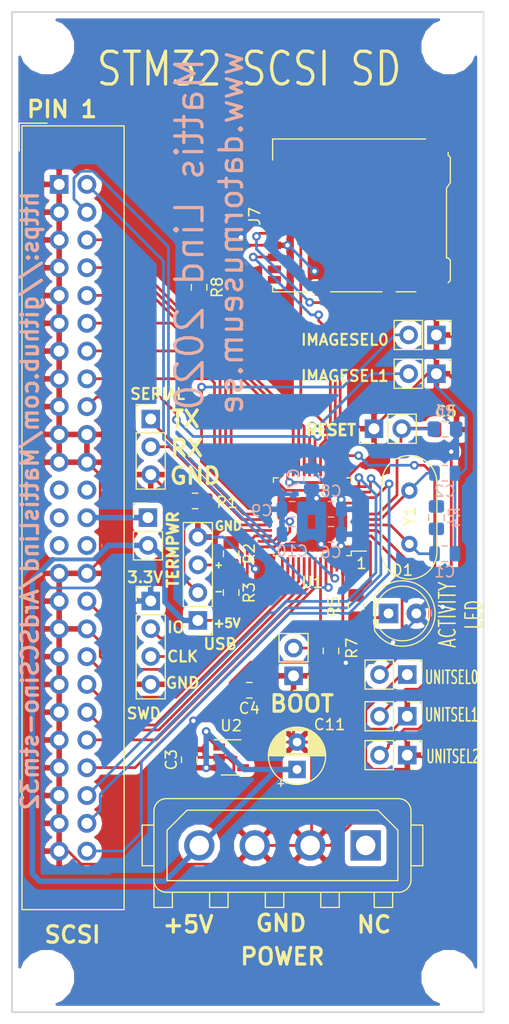
<source format=kicad_pcb>
(kicad_pcb (version 20171130) (host pcbnew 5.0.2-bee76a0~70~ubuntu16.04.1)
  (layers (0 F.Cu signal) (31 B.Cu signal) (34 B.Paste user hide) (35 F.Paste user hide) (36 B.SilkS user) (37 F.SilkS user) (38 B.Mask user hide) (39 F.Mask user hide) (44 Edge.Cuts user))
  (net 0 "")
  (net 1 "Net-(C1-Pad1)")
  (net 2 GND)
  (net 3 "Net-(C2-Pad1)")
  (net 4 +5V)
  (net 5 +3V3)
  (net 6 /RESET)
  (net 7 /SERIAL_TX)
  (net 8 /SERIAL_RX)
  (net 9 /SWDCLK)
  (net 10 /SWDIO)
  (net 11 "Net-(J3-Pad2)")
  (net 12 "Net-(J3-Pad3)")
  (net 13 /SCSI_DB0)
  (net 14 /SCSI_DB1)
  (net 15 /SCSI_DB2)
  (net 16 /SCSI_DB3)
  (net 17 /SCSI_DB4)
  (net 18 /SCSI_DB5)
  (net 19 /SCSI_DB6)
  (net 20 /SCSI_DB7)
  (net 21 /SCSI_DBP)
  (net 22 /TERMPWR)
  (net 23 /SCSI_ATN)
  (net 24 /SCSI_BSY)
  (net 25 /SCSI_ACK)
  (net 26 /SCSI_RST)
  (net 27 /SCSI_MSG)
  (net 28 /SCSI_SEL)
  (net 29 /SCSI_CD)
  (net 30 /SCSI_REQ)
  (net 31 /SCSI_IO)
  (net 32 /SD_CS)
  (net 33 /SD_MOSI)
  (net 34 /SD_CLK)
  (net 35 /SD_MISO)
  (net 36 /UNIT_SEL0)
  (net 37 /UNIT_SEL1)
  (net 38 /UNIT_SEL2)
  (net 39 "Net-(JP5-Pad2)")
  (net 40 /USB-)
  (net 41 /USB+)
  (net 42 /ACTIVITY_LED)
  (net 43 "Net-(R8-Pad2)")
  (net 44 /IMAGE_SEL0)
  (net 45 /IMAGE_SEL1)
  (net 46 "Net-(U2-Pad4)")
  (net 47 "Net-(J6-Pad1)")
  (net 48 "Net-(J4-Pad23)")
  (net 49 "Net-(J4-Pad24)")
  (net 50 "Net-(J4-Pad25)")
  (net 51 "Net-(J4-Pad27)")
  (net 52 "Net-(J4-Pad28)")
  (net 53 "Net-(J7-Pad9)")
  (net 54 "Net-(J7-Pad8)")
  (net 55 "Net-(J7-Pad1)")
  (net 56 "Net-(J7-Pad10)")
  (net 57 "Net-(D1-Pad1)")
  (module MountingHole:MountingHole_4mm (layer F.Cu) (at 66.675 41.275)
    (fp_text reference REF** hide)
    (fp_text value MountingHole_4mm)
    (pad 1 np_thru_hole circle (at 0 0) (size 4 4) (drill 4) (layers *.Cu *.Mask))
  )
  (module MountingHole:MountingHole_4mm (layer F.Cu) (at 103.505 41.275)
    (fp_text reference REF** hide)
    (fp_text value MountingHole_4mm)
    (pad 1 np_thru_hole circle (at 0 0) (size 4 4) (drill 4) (layers *.Cu *.Mask))
  )
  (module MountingHole:MountingHole_4mm (layer F.Cu) (at 103.505 126.365)
    (fp_text reference REF** hide)
    (fp_text value MountingHole_4mm)
    (pad 1 np_thru_hole circle (at 0 0) (size 4 4) (drill 4) (layers *.Cu *.Mask))
  )
  (module Connector_IDC:IDC-Header_2x25_P2.54mm_Vertical (layer F.Cu) (at 67.818 53.8607)
    (fp_text reference J4 hide)
    (fp_text value SCSI)
    (pad 1 thru_hole rect (at 0 0) (size 1.7272 1.7272) (drill 1.016) (layers *.Cu *.Mask) (net 2 GND))
    (pad 2 thru_hole oval (at 2.54 0) (size 1.7272 1.7272) (drill 1.016) (layers *.Cu *.Mask) (net 13 /SCSI_DB0))
    (pad 3 thru_hole oval (at 0 2.54) (size 1.7272 1.7272) (drill 1.016) (layers *.Cu *.Mask) (net 2 GND))
    (pad 4 thru_hole oval (at 2.54 2.54) (size 1.7272 1.7272) (drill 1.016) (layers *.Cu *.Mask) (net 14 /SCSI_DB1))
    (pad 5 thru_hole oval (at 0 5.08) (size 1.7272 1.7272) (drill 1.016) (layers *.Cu *.Mask) (net 2 GND))
    (pad 6 thru_hole oval (at 2.54 5.08) (size 1.7272 1.7272) (drill 1.016) (layers *.Cu *.Mask) (net 15 /SCSI_DB2))
    (pad 7 thru_hole oval (at 0 7.62) (size 1.7272 1.7272) (drill 1.016) (layers *.Cu *.Mask) (net 2 GND))
    (pad 8 thru_hole oval (at 2.54 7.62) (size 1.7272 1.7272) (drill 1.016) (layers *.Cu *.Mask) (net 16 /SCSI_DB3))
    (pad 9 thru_hole oval (at 0 10.16) (size 1.7272 1.7272) (drill 1.016) (layers *.Cu *.Mask) (net 2 GND))
    (pad 10 thru_hole oval (at 2.54 10.16) (size 1.7272 1.7272) (drill 1.016) (layers *.Cu *.Mask) (net 17 /SCSI_DB4))
    (pad 11 thru_hole oval (at 0 12.7) (size 1.7272 1.7272) (drill 1.016) (layers *.Cu *.Mask) (net 2 GND))
    (pad 12 thru_hole oval (at 2.54 12.7) (size 1.7272 1.7272) (drill 1.016) (layers *.Cu *.Mask) (net 18 /SCSI_DB5))
    (pad 13 thru_hole oval (at 0 15.24) (size 1.7272 1.7272) (drill 1.016) (layers *.Cu *.Mask) (net 2 GND))
    (pad 14 thru_hole oval (at 2.54 15.24) (size 1.7272 1.7272) (drill 1.016) (layers *.Cu *.Mask) (net 19 /SCSI_DB6))
    (pad 15 thru_hole oval (at 0 17.78) (size 1.7272 1.7272) (drill 1.016) (layers *.Cu *.Mask) (net 2 GND))
    (pad 16 thru_hole oval (at 2.54 17.78) (size 1.7272 1.7272) (drill 1.016) (layers *.Cu *.Mask) (net 20 /SCSI_DB7))
    (pad 17 thru_hole oval (at 0 20.32) (size 1.7272 1.7272) (drill 1.016) (layers *.Cu *.Mask) (net 2 GND))
    (pad 18 thru_hole oval (at 2.54 20.32) (size 1.7272 1.7272) (drill 1.016) (layers *.Cu *.Mask) (net 21 /SCSI_DBP))
    (pad 19 thru_hole oval (at 0 22.86) (size 1.7272 1.7272) (drill 1.016) (layers *.Cu *.Mask) (net 2 GND))
    (pad 20 thru_hole oval (at 2.54 22.86) (size 1.7272 1.7272) (drill 1.016) (layers *.Cu *.Mask) (net 2 GND))
    (pad 21 thru_hole oval (at 0 25.4) (size 1.7272 1.7272) (drill 1.016) (layers *.Cu *.Mask) (net 2 GND))
    (pad 22 thru_hole oval (at 2.54 25.4) (size 1.7272 1.7272) (drill 1.016) (layers *.Cu *.Mask) (net 2 GND))
    (pad 23 thru_hole oval (at 0 27.94) (size 1.7272 1.7272) (drill 1.016) (layers *.Cu *.Mask) (net 48 "Net-(J4-Pad23)"))
    (pad 24 thru_hole oval (at 2.54 27.94) (size 1.7272 1.7272) (drill 1.016) (layers *.Cu *.Mask) (net 49 "Net-(J4-Pad24)"))
    (pad 25 thru_hole oval (at 0 30.48) (size 1.7272 1.7272) (drill 1.016) (layers *.Cu *.Mask) (net 50 "Net-(J4-Pad25)"))
    (pad 26 thru_hole oval (at 2.54 30.48) (size 1.7272 1.7272) (drill 1.016) (layers *.Cu *.Mask) (net 22 /TERMPWR))
    (pad 27 thru_hole oval (at 0 33.02) (size 1.7272 1.7272) (drill 1.016) (layers *.Cu *.Mask) (net 51 "Net-(J4-Pad27)"))
    (pad 28 thru_hole oval (at 2.54 33.02) (size 1.7272 1.7272) (drill 1.016) (layers *.Cu *.Mask) (net 52 "Net-(J4-Pad28)"))
    (pad 29 thru_hole oval (at 0 35.56) (size 1.7272 1.7272) (drill 1.016) (layers *.Cu *.Mask) (net 2 GND))
    (pad 30 thru_hole oval (at 2.54 35.56) (size 1.7272 1.7272) (drill 1.016) (layers *.Cu *.Mask) (net 2 GND))
    (pad 31 thru_hole oval (at 0 38.1) (size 1.7272 1.7272) (drill 1.016) (layers *.Cu *.Mask) (net 2 GND))
    (pad 32 thru_hole oval (at 2.54 38.1) (size 1.7272 1.7272) (drill 1.016) (layers *.Cu *.Mask) (net 23 /SCSI_ATN))
    (pad 33 thru_hole oval (at 0 40.64) (size 1.7272 1.7272) (drill 1.016) (layers *.Cu *.Mask) (net 2 GND))
    (pad 34 thru_hole oval (at 2.54 40.64) (size 1.7272 1.7272) (drill 1.016) (layers *.Cu *.Mask) (net 2 GND))
    (pad 35 thru_hole oval (at 0 43.18) (size 1.7272 1.7272) (drill 1.016) (layers *.Cu *.Mask) (net 2 GND))
    (pad 36 thru_hole oval (at 2.54 43.18) (size 1.7272 1.7272) (drill 1.016) (layers *.Cu *.Mask) (net 24 /SCSI_BSY))
    (pad 37 thru_hole oval (at 0 45.72) (size 1.7272 1.7272) (drill 1.016) (layers *.Cu *.Mask) (net 2 GND))
    (pad 38 thru_hole oval (at 2.54 45.72) (size 1.7272 1.7272) (drill 1.016) (layers *.Cu *.Mask) (net 25 /SCSI_ACK))
    (pad 39 thru_hole oval (at 0 48.26) (size 1.7272 1.7272) (drill 1.016) (layers *.Cu *.Mask) (net 2 GND))
    (pad 40 thru_hole oval (at 2.54 48.26) (size 1.7272 1.7272) (drill 1.016) (layers *.Cu *.Mask) (net 26 /SCSI_RST))
    (pad 41 thru_hole oval (at 0 50.8) (size 1.7272 1.7272) (drill 1.016) (layers *.Cu *.Mask) (net 2 GND))
    (pad 42 thru_hole oval (at 2.54 50.8) (size 1.7272 1.7272) (drill 1.016) (layers *.Cu *.Mask) (net 27 /SCSI_MSG))
    (pad 43 thru_hole oval (at 0 53.34) (size 1.7272 1.7272) (drill 1.016) (layers *.Cu *.Mask) (net 2 GND))
    (pad 44 thru_hole oval (at 2.54 53.34) (size 1.7272 1.7272) (drill 1.016) (layers *.Cu *.Mask) (net 28 /SCSI_SEL))
    (pad 45 thru_hole oval (at 0 55.88) (size 1.7272 1.7272) (drill 1.016) (layers *.Cu *.Mask) (net 2 GND))
    (pad 46 thru_hole oval (at 2.54 55.88) (size 1.7272 1.7272) (drill 1.016) (layers *.Cu *.Mask) (net 29 /SCSI_CD))
    (pad 47 thru_hole oval (at 0 58.42) (size 1.7272 1.7272) (drill 1.016) (layers *.Cu *.Mask) (net 2 GND))
    (pad 48 thru_hole oval (at 2.54 58.42) (size 1.7272 1.7272) (drill 1.016) (layers *.Cu *.Mask) (net 30 /SCSI_REQ))
    (pad 49 thru_hole oval (at 0 60.96) (size 1.7272 1.7272) (drill 1.016) (layers *.Cu *.Mask) (net 2 GND))
    (pad 50 thru_hole oval (at 2.54 60.96) (size 1.7272 1.7272) (drill 1.016) (layers *.Cu *.Mask) (net 31 /SCSI_IO))
  )
  (module Connector_PinHeader_2.54mm:PinHeader_1x02_P2.54mm_Vertical (layer F.Cu) (at 102.362 67.6275 270)
    (fp_text reference JP1 hide)
    (fp_text value IMAGE_SEL0)
    (pad 1 thru_hole rect (at 0 0 270) (size 1.7 1.7) (drill 1) (layers *.Cu *.Mask) (net 2 GND))
    (pad 2 thru_hole oval (at 0 2.54 270) (size 1.7 1.7) (drill 1) (layers *.Cu *.Mask) (net 44 /IMAGE_SEL0))
  )
  (module Connector_PinHeader_2.54mm:PinHeader_1x02_P2.54mm_Vertical (layer F.Cu) (at 99.695 102.489 270)
    (fp_text reference JP8 hide)
    (fp_text value UNITSEL1)
    (pad 2 thru_hole oval (at 0 2.54 270) (size 1.7 1.7) (drill 1) (layers *.Cu *.Mask) (net 37 /UNIT_SEL1))
    (pad 1 thru_hole rect (at 0 0 270) (size 1.7 1.7) (drill 1) (layers *.Cu *.Mask) (net 2 GND))
  )
  (module Connector_PinHeader_2.54mm:PinHeader_1x02_P2.54mm_Vertical (layer F.Cu) (at 96.647 76.2 90)
    (fp_text reference JP6 hide)
    (fp_text value RESET)
    (pad 1 thru_hole rect (at 0 0 90) (size 1.7 1.7) (drill 1) (layers *.Cu *.Mask) (net 2 GND))
    (pad 2 thru_hole oval (at 0 2.54 90) (size 1.7 1.7) (drill 1) (layers *.Cu *.Mask) (net 6 /RESET))
  )
  (module Connector_PinHeader_2.54mm:PinHeader_1x02_P2.54mm_Vertical (layer F.Cu) (at 75.946 84.328)
    (fp_text reference JP4 hide)
    (fp_text value TERMPWR_SUPPLY)
    (pad 2 thru_hole oval (at 0 2.54) (size 1.7 1.7) (drill 1) (layers *.Cu *.Mask) (net 4 +5V))
    (pad 1 thru_hole rect (at 0 0) (size 1.7 1.7) (drill 1) (layers *.Cu *.Mask) (net 22 /TERMPWR))
  )
  (module Connector_PinHeader_2.54mm:PinHeader_1x02_P2.54mm_Vertical (layer F.Cu) (at 99.695 98.679 270)
    (fp_text reference JP7 hide)
    (fp_text value UNITSEL0)
    (pad 1 thru_hole rect (at 0 0 270) (size 1.7 1.7) (drill 1) (layers *.Cu *.Mask) (net 2 GND))
    (pad 2 thru_hole oval (at 0 2.54 270) (size 1.7 1.7) (drill 1) (layers *.Cu *.Mask) (net 36 /UNIT_SEL0))
  )
  (module Connector_PinHeader_2.54mm:PinHeader_1x02_P2.54mm_Vertical (layer F.Cu) (at 99.695 106.045 270)
    (fp_text reference JP3 hide)
    (fp_text value UNITSEL2)
    (pad 2 thru_hole oval (at 0 2.54 270) (size 1.7 1.7) (drill 1) (layers *.Cu *.Mask) (net 38 /UNIT_SEL2))
    (pad 1 thru_hole rect (at 0 0 270) (size 1.7 1.7) (drill 1) (layers *.Cu *.Mask) (net 2 GND))
  )
  (module Connector_PinHeader_2.54mm:PinHeader_1x02_P2.54mm_Vertical (layer F.Cu) (at 102.362 71.172211 270)
    (fp_text reference JP2 hide)
    (fp_text value IMAGE_SEL1)
    (pad 1 thru_hole rect (at 0 0 270) (size 1.7 1.7) (drill 1) (layers *.Cu *.Mask) (net 2 GND))
    (pad 2 thru_hole oval (at 0 2.54 270) (size 1.7 1.7) (drill 1) (layers *.Cu *.Mask) (net 45 /IMAGE_SEL1))
  )
  (module Connector_PinHeader_2.54mm:PinHeader_1x03_P2.54mm_Vertical (layer F.Cu) (at 76.2 75.311)
    (fp_text reference J1 hide)
    (fp_text value SERIAL_DEBUG)
    (pad 1 thru_hole rect (at 0 0) (size 1.7 1.7) (drill 1) (layers *.Cu *.Mask) (net 7 /SERIAL_TX))
    (pad 2 thru_hole oval (at 0 2.54) (size 1.7 1.7) (drill 1) (layers *.Cu *.Mask) (net 8 /SERIAL_RX))
    (pad 3 thru_hole oval (at 0 5.08) (size 1.7 1.7) (drill 1) (layers *.Cu *.Mask) (net 2 GND))
  )
  (module Connector_PinHeader_2.54mm:PinHeader_1x04_P2.54mm_Vertical (layer F.Cu) (at 80.518 93.726 180)
    (fp_text reference J3 hide)
    (fp_text value USB)
    (pad 4 thru_hole oval (at 0 7.62 180) (size 1.7 1.7) (drill 1) (layers *.Cu *.Mask) (net 2 GND))
    (pad 3 thru_hole oval (at 0 5.08 180) (size 1.7 1.7) (drill 1) (layers *.Cu *.Mask) (net 12 "Net-(J3-Pad3)"))
    (pad 2 thru_hole oval (at 0 2.54 180) (size 1.7 1.7) (drill 1) (layers *.Cu *.Mask) (net 11 "Net-(J3-Pad2)"))
    (pad 1 thru_hole rect (at 0 0 180) (size 1.7 1.7) (drill 1) (layers *.Cu *.Mask) (net 4 +5V))
  )
  (module Connector_PinHeader_2.54mm:PinHeader_1x04_P2.54mm_Vertical (layer F.Cu) (at 76.2 91.948)
    (fp_text reference J2 hide)
    (fp_text value SWD)
    (pad 1 thru_hole rect (at 0 0) (size 1.7 1.7) (drill 1) (layers *.Cu *.Mask) (net 5 +3V3))
    (pad 2 thru_hole oval (at 0 2.54) (size 1.7 1.7) (drill 1) (layers *.Cu *.Mask) (net 10 /SWDIO))
    (pad 3 thru_hole oval (at 0 5.08) (size 1.7 1.7) (drill 1) (layers *.Cu *.Mask) (net 9 /SWDCLK))
    (pad 4 thru_hole oval (at 0 7.62) (size 1.7 1.7) (drill 1) (layers *.Cu *.Mask) (net 2 GND))
  )
  (module General:TE_MATE-N-LOK_350211-1_1x04_P5.08mm_Vertical (layer F.Cu) (at 95.885 114.3 180)
    (fp_text reference J6 hide)
    (fp_text value "AMP FLOPPY PWR")
    (pad 1 thru_hole rect (at 0 0 180) (size 2.78 2.78) (drill 1.78) (layers *.Cu *.Mask) (net 47 "Net-(J6-Pad1)"))
    (pad 2 thru_hole circle (at 5.08 0 180) (size 2.78 2.78) (drill 1.78) (layers *.Cu *.Mask) (net 2 GND))
    (pad 3 thru_hole circle (at 10.16 0 180) (size 2.78 2.78) (drill 1.78) (layers *.Cu *.Mask) (net 2 GND))
    (pad 4 thru_hole circle (at 15.24 0 180) (size 2.78 2.78) (drill 1.78) (layers *.Cu *.Mask) (net 4 +5V))
  )
  (module LED_THT:LED_D5.0mm (layer F.Cu) (at 97.9805 93.091)
    (fp_text reference D1 (at 1.27 -3.96) (layer F.SilkS))
    (fp_text value "ACTIVITY LED")
    (pad 1 thru_hole rect (at 0 0) (size 1.8 1.8) (drill 0.9) (layers *.Cu *.Mask) (net 57 "Net-(D1-Pad1)"))
    (pad 2 thru_hole circle (at 2.54 0) (size 1.8 1.8) (drill 0.9) (layers *.Cu *.Mask) (net 5 +3V3))
  )
  (module Capacitor_SMD:C_0805_2012Metric (layer F.Cu) (at 103.2637 76.2762)
    (fp_text reference C5 (at 0 -1.65) (layer F.SilkS))
    (fp_text value 1u)
    (pad 1 smd roundrect (at -0.9375 0) (size 0.975 1.4) (layers F.Cu F.Paste F.Mask) (net 6 /RESET))
    (pad 2 smd roundrect (at 0.9375 0) (size 0.975 1.4) (layers F.Cu F.Paste F.Mask) (net 2 GND))
  )
  (module Crystal:Crystal_HC49-U_Vertical (layer F.Cu) (at 99.8855 86.741 90)
    (fp_text reference Y1 (at 2.54 0.0635 90) (layer F.SilkS))
    (fp_text value 8MHz)
    (pad 1 thru_hole circle (at 0 0 90) (size 1.5 1.5) (drill 0.8) (layers *.Cu *.Mask) (net 1 "Net-(C1-Pad1)"))
    (pad 2 thru_hole circle (at 4.88 0 90) (size 1.5 1.5) (drill 0.8) (layers *.Cu *.Mask) (net 3 "Net-(C2-Pad1)"))
  )
  (module Capacitor_SMD:C_0805_2012Metric (layer B.Cu) (at 103.124 87.63)
    (fp_text reference C1 (at 0 1.65) (layer B.SilkS) (effects (justify mirror)))
    (fp_text value 22p)
    (pad 1 smd roundrect (at -0.9375 0) (size 0.975 1.4) (layers B.Cu B.Paste B.Mask) (net 1 "Net-(C1-Pad1)"))
    (pad 2 smd roundrect (at 0.9375 0) (size 0.975 1.4) (layers B.Cu B.Paste B.Mask) (net 2 GND))
  )
  (module Capacitor_SMD:C_0805_2012Metric (layer B.Cu) (at 103.124 80.264)
    (fp_text reference C2 (at 0 1.65) (layer B.SilkS) (effects (justify mirror)))
    (fp_text value 22p)
    (pad 2 smd roundrect (at 0.9375 0) (size 0.975 1.4) (layers B.Cu B.Paste B.Mask) (net 2 GND))
    (pad 1 smd roundrect (at -0.9375 0) (size 0.975 1.4) (layers B.Cu B.Paste B.Mask) (net 3 "Net-(C2-Pad1)"))
  )
  (module Capacitor_SMD:C_0805_2012Metric (layer F.Cu) (at 79.7306 106.4641 90)
    (fp_text reference C3 (at 0 -1.65 90) (layer F.SilkS))
    (fp_text value 1u)
    (pad 2 smd roundrect (at 0.9375 0 90) (size 0.975 1.4) (layers F.Cu F.Paste F.Mask) (net 2 GND))
    (pad 1 smd roundrect (at -0.9375 0 90) (size 0.975 1.4) (layers F.Cu F.Paste F.Mask) (net 4 +5V))
  )
  (module Capacitor_SMD:C_0805_2012Metric (layer F.Cu) (at 85.2297 100.1141 180)
    (fp_text reference C4 (at 0 -1.65 180) (layer F.SilkS))
    (fp_text value 1u)
    (pad 1 smd roundrect (at -0.9375 0 180) (size 0.975 1.4) (layers F.Cu F.Paste F.Mask) (net 5 +3V3))
    (pad 2 smd roundrect (at 0.9375 0 180) (size 0.975 1.4) (layers F.Cu F.Paste F.Mask) (net 2 GND))
  )
  (module Capacitor_SMD:C_0805_2012Metric (layer B.Cu) (at 92.71 85.852 180)
    (fp_text reference C6 (at 0 -1.651 180) (layer B.SilkS) (effects (justify mirror)))
    (fp_text value 0.1u)
    (pad 2 smd roundrect (at 0.9375 0 180) (size 0.975 1.4) (layers B.Cu B.Paste B.Mask) (net 2 GND))
    (pad 1 smd roundrect (at -0.9375 0 180) (size 0.975 1.4) (layers B.Cu B.Paste B.Mask) (net 5 +3V3))
  )
  (module Capacitor_SMD:C_0805_2012Metric (layer B.Cu) (at 90.932 80.772 270)
    (fp_text reference C7 (at 0 1.65 270) (layer B.SilkS) (effects (justify mirror)))
    (fp_text value 0.1u)
    (pad 1 smd roundrect (at -0.9375 0 270) (size 0.975 1.4) (layers B.Cu B.Paste B.Mask) (net 5 +3V3))
    (pad 2 smd roundrect (at 0.9375 0 270) (size 0.975 1.4) (layers B.Cu B.Paste B.Mask) (net 2 GND))
  )
  (module Capacitor_SMD:C_0805_2012Metric (layer B.Cu) (at 92.71 83.566 180)
    (fp_text reference C8 (at 0 1.65 180) (layer B.SilkS) (effects (justify mirror)))
    (fp_text value 0.1u)
    (pad 2 smd roundrect (at 0.9375 0 180) (size 0.975 1.4) (layers B.Cu B.Paste B.Mask) (net 2 GND))
    (pad 1 smd roundrect (at -0.9375 0 180) (size 0.975 1.4) (layers B.Cu B.Paste B.Mask) (net 5 +3V3))
  )
  (module Capacitor_SMD:C_0805_2012Metric (layer B.Cu) (at 89.154 83.566)
    (fp_text reference C9 (at -2.794 0.127) (layer B.SilkS) (effects (justify mirror)))
    (fp_text value 0.1u)
    (pad 1 smd roundrect (at -0.9375 0) (size 0.975 1.4) (layers B.Cu B.Paste B.Mask) (net 5 +3V3))
    (pad 2 smd roundrect (at 0.9375 0) (size 0.975 1.4) (layers B.Cu B.Paste B.Mask) (net 2 GND))
  )
  (module Capacitor_SMD:C_0805_2012Metric (layer B.Cu) (at 89.154 85.852)
    (fp_text reference C10 (at 0 1.524) (layer B.SilkS) (effects (justify mirror)))
    (fp_text value 0.1u)
    (pad 2 smd roundrect (at 0.9375 0) (size 0.975 1.4) (layers B.Cu B.Paste B.Mask) (net 2 GND))
    (pad 1 smd roundrect (at -0.9375 0) (size 0.975 1.4) (layers B.Cu B.Paste B.Mask) (net 5 +3V3))
  )
  (module Connector_Card:microSD_HC_Hirose_DM3AT-SF-PEJM5 (layer F.Cu) (at 95.25 56.7055 90)
    (fp_text reference J7 (at -0.075 -9.525 90) (layer F.SilkS))
    (fp_text value Micro_SD_Card_Det_Hirose_DM3AT)
    (pad 9 smd rect (at -5.875 -7.725 90) (size 0.7 1.2) (layers F.Cu F.Paste F.Mask) (net 53 "Net-(J7-Pad9)"))
    (pad 8 smd rect (at -4.925 -7.725 90) (size 0.7 1.2) (layers F.Cu F.Paste F.Mask) (net 54 "Net-(J7-Pad8)"))
    (pad 1 smd rect (at 2.775 -7.725 90) (size 0.7 1.2) (layers F.Cu F.Paste F.Mask) (net 55 "Net-(J7-Pad1)"))
    (pad 2 smd rect (at 1.675 -7.725 90) (size 0.7 1.2) (layers F.Cu F.Paste F.Mask) (net 32 /SD_CS))
    (pad 3 smd rect (at 0.575 -7.725 90) (size 0.7 1.2) (layers F.Cu F.Paste F.Mask) (net 33 /SD_MOSI))
    (pad 4 smd rect (at -0.525 -7.725 90) (size 0.7 1.2) (layers F.Cu F.Paste F.Mask) (net 5 +3V3))
    (pad 5 smd rect (at -1.625 -7.725 90) (size 0.7 1.2) (layers F.Cu F.Paste F.Mask) (net 34 /SD_CLK))
    (pad 6 smd rect (at -2.725 -7.725 90) (size 0.7 1.2) (layers F.Cu F.Paste F.Mask) (net 2 GND))
    (pad 7 smd rect (at -3.825 -7.725 90) (size 0.7 1.2) (layers F.Cu F.Paste F.Mask) (net 35 /SD_MISO))
    (pad 11 smd rect (at 4.325 -7.725 90) (size 1 1.2) (layers F.Cu F.Paste F.Mask) (net 2 GND))
    (pad 11 smd rect (at -6.825 -3.425 90) (size 1 1.2) (layers F.Cu F.Paste F.Mask) (net 2 GND))
    (pad 10 smd rect (at -6.825 2.775 90) (size 1 0.8) (layers F.Cu F.Paste F.Mask) (net 56 "Net-(J7-Pad10)"))
    (pad 11 smd rect (at -6.825 6.925 90) (size 1 2.8) (layers F.Cu F.Paste F.Mask) (net 2 GND))
    (pad 11 smd rect (at 6.675 7.375 90) (size 1.3 1.9) (layers F.Cu F.Paste F.Mask) (net 2 GND))
  )
  (module Connector_PinHeader_2.54mm:PinHeader_1x02_P2.54mm_Vertical (layer F.Cu) (at 89.281 98.7933 180)
    (fp_text reference JP5 hide)
    (fp_text value BOOT)
    (pad 1 thru_hole rect (at 0 0 180) (size 1.7 1.7) (drill 1) (layers *.Cu *.Mask) (net 2 GND))
    (pad 2 thru_hole oval (at 0 2.54 180) (size 1.7 1.7) (drill 1) (layers *.Cu *.Mask) (net 39 "Net-(JP5-Pad2)"))
  )
  (module Resistor_SMD:R_0805_2012Metric_Pad1.15x1.40mm_HandSolder (layer F.Cu) (at 80.264 82.804 180)
    (fp_text reference R1 (at -2.921 -0.127 180) (layer F.SilkS))
    (fp_text value 22)
    (pad 1 smd roundrect (at -1.025 0 180) (size 1.15 1.4) (layers F.Cu F.Paste F.Mask) (roundrect_rratio 0.217391) (net 40 /USB-))
    (pad 2 smd roundrect (at 1.025 0 180) (size 1.15 1.4) (layers F.Cu F.Paste F.Mask) (roundrect_rratio 0.217391) (net 11 "Net-(J3-Pad2)"))
  )
  (module Resistor_SMD:R_0805_2012Metric_Pad1.15x1.40mm_HandSolder (layer F.Cu) (at 83.566 87.63 270)
    (fp_text reference R2 (at 0 -1.65 270) (layer F.SilkS))
    (fp_text value 22)
    (pad 2 smd roundrect (at 1.025 0 270) (size 1.15 1.4) (layers F.Cu F.Paste F.Mask) (roundrect_rratio 0.217391) (net 12 "Net-(J3-Pad3)"))
    (pad 1 smd roundrect (at -1.025 0 270) (size 1.15 1.4) (layers F.Cu F.Paste F.Mask) (roundrect_rratio 0.217391) (net 41 /USB+))
  )
  (module Resistor_SMD:R_0805_2012Metric_Pad1.15x1.40mm_HandSolder (layer F.Cu) (at 83.566 91.186 270)
    (fp_text reference R3 (at 0 -1.65 270) (layer F.SilkS))
    (fp_text value 4.7k)
    (pad 1 smd roundrect (at -1.025 0 270) (size 1.15 1.4) (layers F.Cu F.Paste F.Mask) (roundrect_rratio 0.217391) (net 41 /USB+))
    (pad 2 smd roundrect (at 1.025 0 270) (size 1.15 1.4) (layers F.Cu F.Paste F.Mask) (roundrect_rratio 0.217391) (net 4 +5V))
  )
  (module Resistor_SMD:R_0805_2012Metric_Pad1.15x1.40mm_HandSolder (layer B.Cu) (at 102.362 84.328 90)
    (fp_text reference R4 (at 0 1.65 90) (layer B.SilkS) (effects (justify mirror)))
    (fp_text value 1M)
    (pad 1 smd roundrect (at -1.025 0 90) (size 1.15 1.4) (layers B.Cu B.Paste B.Mask) (roundrect_rratio 0.217391) (net 1 "Net-(C1-Pad1)"))
    (pad 2 smd roundrect (at 1.025 0 90) (size 1.15 1.4) (layers B.Cu B.Paste B.Mask) (roundrect_rratio 0.217391) (net 3 "Net-(C2-Pad1)"))
  )
  (module Resistor_SMD:R_0805_2012Metric_Pad1.15x1.40mm_HandSolder (layer F.Cu) (at 94.996 92.456 270)
    (fp_text reference R5 (at 0 2.032 270) (layer F.SilkS))
    (fp_text value 470)
    (pad 2 smd roundrect (at 1.025 0 270) (size 1.15 1.4) (layers F.Cu F.Paste F.Mask) (roundrect_rratio 0.217391) (net 57 "Net-(D1-Pad1)"))
    (pad 1 smd roundrect (at -1.025 0 270) (size 1.15 1.4) (layers F.Cu F.Paste F.Mask) (roundrect_rratio 0.217391) (net 42 /ACTIVITY_LED))
  )
  (module Resistor_SMD:R_0805_2012Metric_Pad1.15x1.40mm_HandSolder (layer B.Cu) (at 103.1494 76.2254 180)
    (fp_text reference R6 (at 0 1.65 180) (layer B.SilkS) (effects (justify mirror)))
    (fp_text value 10k)
    (pad 2 smd roundrect (at 1.025 0 180) (size 1.15 1.4) (layers B.Cu B.Paste B.Mask) (roundrect_rratio 0.217391) (net 6 /RESET))
    (pad 1 smd roundrect (at -1.025 0 180) (size 1.15 1.4) (layers B.Cu B.Paste B.Mask) (roundrect_rratio 0.217391) (net 5 +3V3))
  )
  (module Resistor_SMD:R_0805_2012Metric_Pad1.15x1.40mm_HandSolder (layer F.Cu) (at 92.71 96.52 90)
    (fp_text reference R7 (at 0.254 1.905 90) (layer F.SilkS))
    (fp_text value 47k)
    (pad 1 smd roundrect (at -1.025 0 90) (size 1.15 1.4) (layers F.Cu F.Paste F.Mask) (roundrect_rratio 0.217391) (net 5 +3V3))
    (pad 2 smd roundrect (at 1.025 0 90) (size 1.15 1.4) (layers F.Cu F.Paste F.Mask) (roundrect_rratio 0.217391) (net 39 "Net-(JP5-Pad2)"))
  )
  (module Resistor_SMD:R_0805_2012Metric_Pad1.15x1.40mm_HandSolder (layer F.Cu) (at 80.6323 63.2714 270)
    (fp_text reference R8 (at 0 -1.65 270) (layer F.SilkS))
    (fp_text value 47k)
    (pad 1 smd roundrect (at -1.025 0 270) (size 1.15 1.4) (layers F.Cu F.Paste F.Mask) (roundrect_rratio 0.217391) (net 2 GND))
    (pad 2 smd roundrect (at 1.025 0 270) (size 1.15 1.4) (layers F.Cu F.Paste F.Mask) (roundrect_rratio 0.217391) (net 43 "Net-(R8-Pad2)"))
  )
  (module Package_QFP:LQFP-48_7x7mm_P0.5mm (layer F.Cu) (at 91 84.25 180)
    (fp_text reference U1 (at 0 -6 180) (layer F.SilkS))
    (fp_text value STM32F103C8Tx)
    (pad 1 smd rect (at -4.35 -2.75 180) (size 1.3 0.25) (layers F.Cu F.Paste F.Mask) (net 5 +3V3))
    (pad 2 smd rect (at -4.35 -2.25 180) (size 1.3 0.25) (layers F.Cu F.Paste F.Mask) (net 42 /ACTIVITY_LED))
    (pad 3 smd rect (at -4.35 -1.75 180) (size 1.3 0.25) (layers F.Cu F.Paste F.Mask) (net 36 /UNIT_SEL0))
    (pad 4 smd rect (at -4.35 -1.25 180) (size 1.3 0.25) (layers F.Cu F.Paste F.Mask) (net 37 /UNIT_SEL1))
    (pad 5 smd rect (at -4.35 -0.75 180) (size 1.3 0.25) (layers F.Cu F.Paste F.Mask) (net 1 "Net-(C1-Pad1)"))
    (pad 6 smd rect (at -4.35 -0.25 180) (size 1.3 0.25) (layers F.Cu F.Paste F.Mask) (net 3 "Net-(C2-Pad1)"))
    (pad 7 smd rect (at -4.35 0.25 180) (size 1.3 0.25) (layers F.Cu F.Paste F.Mask) (net 6 /RESET))
    (pad 8 smd rect (at -4.35 0.75 180) (size 1.3 0.25) (layers F.Cu F.Paste F.Mask) (net 2 GND))
    (pad 9 smd rect (at -4.35 1.25 180) (size 1.3 0.25) (layers F.Cu F.Paste F.Mask) (net 5 +3V3))
    (pad 10 smd rect (at -4.35 1.75 180) (size 1.3 0.25) (layers F.Cu F.Paste F.Mask) (net 31 /SCSI_IO))
    (pad 11 smd rect (at -4.35 2.25 180) (size 1.3 0.25) (layers F.Cu F.Paste F.Mask) (net 30 /SCSI_REQ))
    (pad 12 smd rect (at -4.35 2.75 180) (size 1.3 0.25) (layers F.Cu F.Paste F.Mask) (net 29 /SCSI_CD))
    (pad 13 smd rect (at -2.75 4.35 270) (size 1.3 0.25) (layers F.Cu F.Paste F.Mask) (net 38 /UNIT_SEL2))
    (pad 14 smd rect (at -2.25 4.35 270) (size 1.3 0.25) (layers F.Cu F.Paste F.Mask) (net 32 /SD_CS))
    (pad 15 smd rect (at -1.75 4.35 270) (size 1.3 0.25) (layers F.Cu F.Paste F.Mask) (net 34 /SD_CLK))
    (pad 16 smd rect (at -1.25 4.35 270) (size 1.3 0.25) (layers F.Cu F.Paste F.Mask) (net 35 /SD_MISO))
    (pad 17 smd rect (at -0.75 4.35 270) (size 1.3 0.25) (layers F.Cu F.Paste F.Mask) (net 33 /SD_MOSI))
    (pad 18 smd rect (at -0.25 4.35 270) (size 1.3 0.25) (layers F.Cu F.Paste F.Mask) (net 21 /SCSI_DBP))
    (pad 19 smd rect (at 0.25 4.35 270) (size 1.3 0.25) (layers F.Cu F.Paste F.Mask) (net 45 /IMAGE_SEL1))
    (pad 20 smd rect (at 0.75 4.35 270) (size 1.3 0.25) (layers F.Cu F.Paste F.Mask) (net 43 "Net-(R8-Pad2)"))
    (pad 21 smd rect (at 1.25 4.35 270) (size 1.3 0.25) (layers F.Cu F.Paste F.Mask) (net 15 /SCSI_DB2))
    (pad 22 smd rect (at 1.75 4.35 270) (size 1.3 0.25) (layers F.Cu F.Paste F.Mask) (net 16 /SCSI_DB3))
    (pad 23 smd rect (at 2.25 4.35 270) (size 1.3 0.25) (layers F.Cu F.Paste F.Mask) (net 2 GND))
    (pad 24 smd rect (at 2.75 4.35 270) (size 1.3 0.25) (layers F.Cu F.Paste F.Mask) (net 5 +3V3))
    (pad 25 smd rect (at 4.35 2.75 180) (size 1.3 0.25) (layers F.Cu F.Paste F.Mask) (net 17 /SCSI_DB4))
    (pad 26 smd rect (at 4.35 2.25 180) (size 1.3 0.25) (layers F.Cu F.Paste F.Mask) (net 18 /SCSI_DB5))
    (pad 27 smd rect (at 4.35 1.75 180) (size 1.3 0.25) (layers F.Cu F.Paste F.Mask) (net 19 /SCSI_DB6))
    (pad 28 smd rect (at 4.35 1.25 180) (size 1.3 0.25) (layers F.Cu F.Paste F.Mask) (net 20 /SCSI_DB7))
    (pad 29 smd rect (at 4.35 0.75 180) (size 1.3 0.25) (layers F.Cu F.Paste F.Mask) (net 44 /IMAGE_SEL0))
    (pad 30 smd rect (at 4.35 0.25 180) (size 1.3 0.25) (layers F.Cu F.Paste F.Mask) (net 7 /SERIAL_TX))
    (pad 31 smd rect (at 4.35 -0.25 180) (size 1.3 0.25) (layers F.Cu F.Paste F.Mask) (net 8 /SERIAL_RX))
    (pad 32 smd rect (at 4.35 -0.75 180) (size 1.3 0.25) (layers F.Cu F.Paste F.Mask) (net 40 /USB-))
    (pad 33 smd rect (at 4.35 -1.25 180) (size 1.3 0.25) (layers F.Cu F.Paste F.Mask) (net 41 /USB+))
    (pad 34 smd rect (at 4.35 -1.75 180) (size 1.3 0.25) (layers F.Cu F.Paste F.Mask) (net 10 /SWDIO))
    (pad 35 smd rect (at 4.35 -2.25 180) (size 1.3 0.25) (layers F.Cu F.Paste F.Mask) (net 2 GND))
    (pad 36 smd rect (at 4.35 -2.75 180) (size 1.3 0.25) (layers F.Cu F.Paste F.Mask) (net 5 +3V3))
    (pad 37 smd rect (at 2.75 -4.35 270) (size 1.3 0.25) (layers F.Cu F.Paste F.Mask) (net 9 /SWDCLK))
    (pad 38 smd rect (at 2.25 -4.35 270) (size 1.3 0.25) (layers F.Cu F.Paste F.Mask) (net 23 /SCSI_ATN))
    (pad 39 smd rect (at 1.75 -4.35 270) (size 1.3 0.25) (layers F.Cu F.Paste F.Mask) (net 24 /SCSI_BSY))
    (pad 40 smd rect (at 1.25 -4.35 270) (size 1.3 0.25) (layers F.Cu F.Paste F.Mask) (net 25 /SCSI_ACK))
    (pad 41 smd rect (at 0.75 -4.35 270) (size 1.3 0.25) (layers F.Cu F.Paste F.Mask) (net 26 /SCSI_RST))
    (pad 42 smd rect (at 0.25 -4.35 270) (size 1.3 0.25) (layers F.Cu F.Paste F.Mask) (net 27 /SCSI_MSG))
    (pad 43 smd rect (at -0.25 -4.35 270) (size 1.3 0.25) (layers F.Cu F.Paste F.Mask) (net 28 /SCSI_SEL))
    (pad 44 smd rect (at -0.75 -4.35 270) (size 1.3 0.25) (layers F.Cu F.Paste F.Mask) (net 39 "Net-(JP5-Pad2)"))
    (pad 45 smd rect (at -1.25 -4.35 270) (size 1.3 0.25) (layers F.Cu F.Paste F.Mask) (net 13 /SCSI_DB0))
    (pad 46 smd rect (at -1.75 -4.35 270) (size 1.3 0.25) (layers F.Cu F.Paste F.Mask) (net 14 /SCSI_DB1))
    (pad 47 smd rect (at -2.25 -4.35 270) (size 1.3 0.25) (layers F.Cu F.Paste F.Mask) (net 2 GND))
    (pad 48 smd rect (at -2.75 -4.35 270) (size 1.3 0.25) (layers F.Cu F.Paste F.Mask) (net 5 +3V3))
  )
  (module Package_TO_SOT_SMD:SOT-23-5 (layer F.Cu) (at 83.566 106.2482)
    (fp_text reference U2 (at 0 -2.9) (layer F.SilkS))
    (fp_text value MIC5504-3.3YM5)
    (pad 1 smd rect (at -1.1 -0.95) (size 1.06 0.65) (layers F.Cu F.Paste F.Mask) (net 4 +5V))
    (pad 2 smd rect (at -1.1 0) (size 1.06 0.65) (layers F.Cu F.Paste F.Mask) (net 2 GND))
    (pad 3 smd rect (at -1.1 0.95) (size 1.06 0.65) (layers F.Cu F.Paste F.Mask) (net 4 +5V))
    (pad 4 smd rect (at 1.1 0.95) (size 1.06 0.65) (layers F.Cu F.Paste F.Mask) (net 46 "Net-(U2-Pad4)"))
    (pad 5 smd rect (at 1.1 -0.95) (size 1.06 0.65) (layers F.Cu F.Paste F.Mask) (net 5 +3V3))
  )
  (module Capacitor_THT:CP_Radial_D5.0mm_P2.50mm (layer F.Cu) (at 89.5985 107.3531 90)
    (fp_text reference C11 (at 4.1021 2.9845 180) (layer F.SilkS))
    (fp_text value 47u)
    (pad 1 thru_hole rect (at 0 0 90) (size 1.6 1.6) (drill 0.8) (layers *.Cu *.Mask) (net 4 +5V))
    (pad 2 thru_hole circle (at 2.5 0 90) (size 1.6 1.6) (drill 0.8) (layers *.Cu *.Mask) (net 2 GND))
  )
  (module MountingHole:MountingHole_4mm (layer F.Cu) (at 66.675 126.365)
    (fp_text reference REF** hide)
    (fp_text value MountingHole_4mm)
    (pad 1 np_thru_hole circle (at 0 0) (size 4 4) (drill 4) (layers *.Cu *.Mask))
  )
  (gr_text SCSI (at 69.0372 122.4661) (layer F.SilkS) (effects (font (size 1.5 1.5) (thickness 0.3))))
  (gr_text "ACTIVITY\nLED" (at 104.5845 93.2053 90) (layer F.SilkS) (effects (font (size 1.5 1))))
  (gr_text UNITSEL0 (at 103.759 98.933) (layer F.SilkS) (effects (font (size 1.2 0.7))))
  (gr_text UNITSEL1 (at 103.759 102.362) (layer F.SilkS) (effects (font (size 1.2 0.7))))
  (gr_text "RESET\n" (at 92.71 76.327) (layer F.SilkS) (effects (font (size 1 1) (thickness 0.25))))
  (gr_text TERMPWR (at 78.232 87.249 90) (layer F.SilkS) (effects (font (size 1 1) (thickness 0.25))))
  (gr_text BOOT (at 90.043 101.346) (layer F.SilkS) (effects (font (size 1.5 1.5) (thickness 0.3))))
  (gr_text UNITSEL2 (at 103.886 106.172) (layer F.SilkS) (effects (font (size 1.2 0.7))))
  (gr_text SERIAL (at 76.835 73.025) (layer F.SilkS) (effects (font (size 1 1) (thickness 0.2))))
  (gr_text USB (at 82.55 95.885) (layer F.SilkS) (effects (font (size 1 1) (thickness 0.2))))
  (gr_text SWD (at 75.565 102.235) (layer F.SilkS) (effects (font (size 1 1) (thickness 0.2))))
  (gr_text IMAGESEL1 (at 93.98 71.374) (layer F.SilkS) (effects (font (size 1 1) (thickness 0.2))))
  (gr_text IMAGESEL0 (at 93.98 68.072) (layer F.SilkS) (effects (font (size 1 1) (thickness 0.2))))
  (gr_text POWER (at 88.265 124.46) (layer F.SilkS) (effects (font (size 1.5 1.5) (thickness 0.3))))
  (gr_text 1 (at 95.504 88.519) (layer F.SilkS) (effects (font (size 1 1))))
  (gr_text NC (at 96.647 121.539) (layer F.SilkS) (effects (font (size 1.5 1.5) (thickness 0.3))))
  (gr_text GND (at 88.138 121.412) (layer F.SilkS) (effects (font (size 1.5 1.5) (thickness 0.3))))
  (gr_text +5V (at 79.629 121.539) (layer F.SilkS) (effects (font (size 1.5 1.5) (thickness 0.3))))
  (gr_text https://github.com/MattisLind/ArdSCSino-stm32 (at 65.151 82.804 90) (layer B.SilkS) (effects (font (size 1.5 1.5) (thickness 0.3)) (justify mirror)))
  (gr_text www.datormuseum.se (at 83.566 58.293 90) (layer B.SilkS) (effects (font (size 2.1 2.1) (thickness 0.3)) (justify mirror)))
  (gr_text "Mattis Lind 2020" (at 79.756 58.42 90) (layer B.SilkS) (effects (font (size 2.5 2.5) (thickness 0.3)) (justify mirror)))
  (gr_text "STM32 SCSI SD" (at 85.217 43.307) (layer F.SilkS) (effects (font (size 3 2.4) (thickness 0.3))))
  (gr_text "PIN 1" (at 68.072 46.99) (layer F.SilkS) (effects (font (size 1.5 1.5) (thickness 0.3))))
  (gr_text GND (at 83.312 85.09) (layer F.SilkS) (effects (font (size 0.8 0.8) (thickness 0.2))))
  (gr_text +5V (at 83.185 93.98) (layer F.SilkS) (effects (font (size 0.8 0.8) (thickness 0.2))))
  (gr_text - (at 82.423 91.059) (layer F.SilkS) (effects (font (size 0.6 0.6))))
  (gr_text + (at 82.423 88.646) (layer F.SilkS) (effects (font (size 0.6 0.6))))
  (gr_text 3.3V (at 75.692 89.789) (layer F.SilkS) (effects (font (size 1 1) (thickness 0.2))))
  (gr_text IO (at 78.486 94.361) (layer F.SilkS) (effects (font (size 1 1) (thickness 0.2))))
  (gr_text GND (at 79.121 99.441) (layer F.SilkS) (effects (font (size 1 1) (thickness 0.2))))
  (gr_text CLK (at 79.121 97.028) (layer F.SilkS) (effects (font (size 1 1) (thickness 0.2))))
  (gr_text GND (at 80.264 80.518) (layer F.SilkS) (effects (font (size 1.5 1.5) (thickness 0.3))))
  (gr_text TX (at 79.375 75.311) (layer F.SilkS) (effects (font (size 1.5 1.5) (thickness 0.3))))
  (gr_text RX (at 79.502 77.978) (layer F.SilkS) (effects (font (size 1.5 1.5) (thickness 0.3))))
  (gr_line (start 63.5 129.54) (end 63.5 38.1) (layer Edge.Cuts) (width 0.15))
  (gr_line (start 106.68 129.54) (end 63.5 129.54) (layer Edge.Cuts) (width 0.15))
  (gr_line (start 106.68 38.1) (end 106.68 129.54) (layer Edge.Cuts) (width 0.15))
  (gr_line (start 63.5 38.1) (end 106.68 38.1) (layer Edge.Cuts) (width 0.15))
  (segment (start 98.1445 85) (end 99.8855 86.741) (width 0.25) (layer F.Cu) (net 1))
  (segment (start 95.35 85) (end 98.1445 85) (width 0.25) (layer F.Cu) (net 1))
  (segment (start 100.7745 87.63) (end 99.8855 86.741) (width 0.25) (layer B.Cu) (net 1))
  (segment (start 102.1865 87.63) (end 100.7745 87.63) (width 0.25) (layer B.Cu) (net 1))
  (segment (start 102.1865 85.5285) (end 102.362 85.353) (width 0.25) (layer B.Cu) (net 1))
  (segment (start 102.1865 87.63) (end 102.1865 85.5285) (width 0.25) (layer B.Cu) (net 1))
  (segment (start 98.980897 98.840301) (end 95.894898 101.9263) (width 0.25) (layer F.Cu) (net 2))
  (segment (start 99.609899 98.840301) (end 98.980897 98.840301) (width 0.25) (layer F.Cu) (net 2))
  (segment (start 98.434898 103.665302) (end 99.609899 102.490301) (width 0.25) (layer F.Cu) (net 2))
  (segment (start 96.286602 103.665302) (end 98.434898 103.665302) (width 0.25) (layer F.Cu) (net 2))
  (segment (start 95.894898 103.273598) (end 96.286602 103.665302) (width 0.25) (layer F.Cu) (net 2))
  (segment (start 96.552899 107.334301) (end 95.894898 106.6763) (width 0.25) (layer F.Cu) (net 2))
  (segment (start 99.581899 107.334301) (end 96.552899 107.334301) (width 0.25) (layer F.Cu) (net 2))
  (segment (start 95.894898 106.6763) (end 95.894898 103.0097) (width 0.25) (layer F.Cu) (net 2))
  (segment (start 95.894898 101.9263) (end 95.894898 103.0097) (width 0.25) (layer F.Cu) (net 2))
  (segment (start 99.6569 107.2593) (end 99.581899 107.334301) (width 0.25) (layer F.Cu) (net 2))
  (segment (start 95.894898 103.0097) (end 95.894898 103.273598) (width 0.25) (layer F.Cu) (net 2))
  (segment (start 99.6569 107.2593) (end 99.6569 106.1593) (width 0.25) (layer F.Cu) (net 2))
  (segment (start 92.6162 114.3) (end 99.6569 107.2593) (width 0.25) (layer F.Cu) (net 2))
  (segment (start 85.852 114.3) (end 92.6162 114.3) (width 0.25) (layer F.Cu) (net 2))
  (segment (start 90.932 112.334244) (end 90.932 114.3) (width 0.25) (layer F.Cu) (net 2))
  (segment (start 90.72987 104.8531) (end 90.932 105.05523) (width 0.25) (layer F.Cu) (net 2))
  (segment (start 90.932 105.05523) (end 90.932 112.334244) (width 0.25) (layer F.Cu) (net 2))
  (segment (start 89.5985 104.8531) (end 90.72987 104.8531) (width 0.25) (layer F.Cu) (net 2))
  (segment (start 83.246 106.2482) (end 82.466 106.2482) (width 0.25) (layer F.Cu) (net 2))
  (segment (start 83.810999 106.813199) (end 83.246 106.2482) (width 0.25) (layer F.Cu) (net 2))
  (segment (start 83.810999 112.258999) (end 83.810999 106.813199) (width 0.25) (layer F.Cu) (net 2))
  (segment (start 85.852 114.3) (end 83.810999 112.258999) (width 0.25) (layer F.Cu) (net 2))
  (segment (start 80.4522 106.2482) (end 79.7306 105.5266) (width 0.25) (layer F.Cu) (net 2))
  (segment (start 82.466 106.2482) (end 80.4522 106.2482) (width 0.25) (layer F.Cu) (net 2))
  (segment (start 67.850001 90.629314) (end 67.850001 89.408) (width 0.25) (layer F.Cu) (net 2))
  (segment (start 67.850001 114.02713) (end 67.850001 90.629314) (width 0.25) (layer F.Cu) (net 2))
  (segment (start 69.837872 116.015001) (end 67.850001 114.02713) (width 0.25) (layer F.Cu) (net 2))
  (segment (start 84.136999 116.015001) (end 69.837872 116.015001) (width 0.25) (layer F.Cu) (net 2))
  (segment (start 85.852 114.3) (end 84.136999 116.015001) (width 0.25) (layer F.Cu) (net 2))
  (segment (start 69.071315 89.408) (end 70.390001 89.408) (width 0.25) (layer F.Cu) (net 2))
  (segment (start 67.850001 89.408) (end 69.071315 89.408) (width 0.25) (layer F.Cu) (net 2))
  (segment (start 69.071315 94.488) (end 70.390001 94.488) (width 0.25) (layer F.Cu) (net 2))
  (segment (start 67.850001 94.488) (end 69.071315 94.488) (width 0.25) (layer F.Cu) (net 2))
  (segment (start 67.850001 76.708) (end 67.850001 79.248) (width 0.25) (layer F.Cu) (net 2))
  (segment (start 67.850001 53.848) (end 67.850001 76.708) (width 0.25) (layer F.Cu) (net 2))
  (segment (start 67.850001 79.248) (end 70.390001 79.248) (width 0.25) (layer F.Cu) (net 2))
  (segment (start 69.071315 76.708) (end 70.390001 76.708) (width 0.25) (layer F.Cu) (net 2))
  (segment (start 67.850001 76.708) (end 69.071315 76.708) (width 0.25) (layer F.Cu) (net 2))
  (segment (start 71.533001 80.391) (end 76.2 80.391) (width 0.25) (layer F.Cu) (net 2))
  (segment (start 70.390001 79.248) (end 71.533001 80.391) (width 0.25) (layer F.Cu) (net 2))
  (segment (start 80.518 84.903919) (end 80.518 86.106) (width 0.25) (layer F.Cu) (net 2))
  (segment (start 80.38899 84.774909) (end 80.518 84.903919) (width 0.25) (layer F.Cu) (net 2))
  (segment (start 80.38899 82.3658) (end 80.38899 84.774909) (width 0.25) (layer F.Cu) (net 2))
  (segment (start 79.589191 81.566001) (end 80.38899 82.3658) (width 0.25) (layer F.Cu) (net 2))
  (segment (start 77.375001 81.566001) (end 79.589191 81.566001) (width 0.25) (layer F.Cu) (net 2))
  (segment (start 76.2 80.391) (end 77.375001 81.566001) (width 0.25) (layer F.Cu) (net 2))
  (segment (start 71.2536 95.351599) (end 70.390001 94.488) (width 0.25) (layer F.Cu) (net 2))
  (segment (start 71.578602 95.676601) (end 71.2536 95.351599) (width 0.25) (layer F.Cu) (net 2))
  (segment (start 74.11579 99.568) (end 71.578602 97.030812) (width 0.25) (layer F.Cu) (net 2))
  (segment (start 71.578602 97.030812) (end 71.578602 95.676601) (width 0.25) (layer F.Cu) (net 2))
  (segment (start 76.2 99.568) (end 74.11579 99.568) (width 0.25) (layer F.Cu) (net 2))
  (segment (start 89.281 104.5356) (end 89.5985 104.8531) (width 0.25) (layer F.Cu) (net 2))
  (segment (start 89.281 98.7933) (end 89.281 104.5356) (width 0.25) (layer F.Cu) (net 2))
  (segment (start 88.2312 104.8531) (end 88.46713 104.8531) (width 0.25) (layer F.Cu) (net 2))
  (segment (start 84.2922 100.9141) (end 88.2312 104.8531) (width 0.25) (layer F.Cu) (net 2))
  (segment (start 88.46713 104.8531) (end 89.5985 104.8531) (width 0.25) (layer F.Cu) (net 2))
  (segment (start 84.2922 100.1141) (end 84.2922 100.9141) (width 0.25) (layer F.Cu) (net 2))
  (via (at 88.910673 81.110416) (size 0.8) (drill 0.4) (layers F.Cu B.Cu) (net 2))
  (segment (start 88.75 80.949743) (end 88.910673 81.110416) (width 0.25) (layer F.Cu) (net 2))
  (segment (start 88.75 79.9) (end 88.75 80.949743) (width 0.25) (layer F.Cu) (net 2))
  (segment (start 90.332916 81.110416) (end 90.932 81.7095) (width 0.25) (layer B.Cu) (net 2))
  (segment (start 88.910673 81.110416) (end 90.332916 81.110416) (width 0.25) (layer B.Cu) (net 2))
  (segment (start 90.932 82.7255) (end 90.0915 83.566) (width 0.25) (layer B.Cu) (net 2))
  (segment (start 90.932 81.7095) (end 90.932 82.7255) (width 0.25) (layer B.Cu) (net 2))
  (segment (start 90.932 82.7255) (end 91.7725 83.566) (width 0.25) (layer B.Cu) (net 2))
  (via (at 91.3765 82.5627) (size 0.8) (drill 0.4) (layers F.Cu B.Cu) (net 2))
  (segment (start 92.3138 83.5) (end 91.3765 82.5627) (width 0.25) (layer F.Cu) (net 2))
  (segment (start 95.35 83.5) (end 92.3138 83.5) (width 0.25) (layer F.Cu) (net 2))
  (segment (start 91.2137 82.7255) (end 91.3765 82.5627) (width 0.25) (layer B.Cu) (net 2))
  (segment (start 90.932 82.7255) (end 91.2137 82.7255) (width 0.25) (layer B.Cu) (net 2))
  (via (at 91.8083 86.7537) (size 0.8) (drill 0.4) (layers F.Cu B.Cu) (net 2))
  (segment (start 93.25 87.7) (end 92.3037 86.7537) (width 0.25) (layer F.Cu) (net 2))
  (segment (start 92.3037 86.7537) (end 91.8083 86.7537) (width 0.25) (layer F.Cu) (net 2))
  (segment (start 93.25 88.6) (end 93.25 87.7) (width 0.25) (layer F.Cu) (net 2))
  (segment (start 91.8083 85.8878) (end 91.7725 85.852) (width 0.25) (layer B.Cu) (net 2))
  (segment (start 91.8083 86.7537) (end 91.8083 85.8878) (width 0.25) (layer B.Cu) (net 2))
  (segment (start 90.810815 82.5627) (end 91.3765 82.5627) (width 0.25) (layer F.Cu) (net 2))
  (segment (start 89.973298 82.5627) (end 90.810815 82.5627) (width 0.25) (layer F.Cu) (net 2))
  (segment (start 88.213099 85.700491) (end 88.213099 84.322899) (width 0.25) (layer F.Cu) (net 2))
  (segment (start 86.699999 86.450001) (end 87.463589 86.450001) (width 0.25) (layer F.Cu) (net 2))
  (segment (start 88.213099 84.322899) (end 89.973298 82.5627) (width 0.25) (layer F.Cu) (net 2))
  (segment (start 87.463589 86.450001) (end 88.213099 85.700491) (width 0.25) (layer F.Cu) (net 2))
  (segment (start 86.65 86.5) (end 86.699999 86.450001) (width 0.25) (layer F.Cu) (net 2))
  (segment (start 102.309689 71.172211) (end 102.309689 67.616211) (width 0.25) (layer F.Cu) (net 2))
  (segment (start 102.309689 63.665189) (end 102.175 63.5305) (width 0.25) (layer F.Cu) (net 2))
  (segment (start 102.309689 67.616211) (end 102.309689 63.665189) (width 0.25) (layer F.Cu) (net 2))
  (via (at 91.1987 61.7982) (size 0.8) (drill 0.4) (layers F.Cu B.Cu) (net 2))
  (segment (start 91.825 62.4245) (end 91.1987 61.7982) (width 0.25) (layer F.Cu) (net 2))
  (segment (start 91.825 63.5305) (end 91.825 62.4245) (width 0.25) (layer F.Cu) (net 2))
  (via (at 88.7222 59.4233) (size 0.8) (drill 0.4) (layers F.Cu B.Cu) (net 2))
  (segment (start 88.8238 59.4233) (end 88.7222 59.4233) (width 0.25) (layer B.Cu) (net 2))
  (segment (start 91.1987 61.7982) (end 88.8238 59.4233) (width 0.25) (layer B.Cu) (net 2))
  (segment (start 87.5322 59.4233) (end 87.525 59.4305) (width 0.25) (layer F.Cu) (net 2))
  (segment (start 88.7222 59.4233) (end 87.5322 59.4233) (width 0.25) (layer F.Cu) (net 2))
  (segment (start 88.156515 59.4233) (end 88.7222 59.4233) (width 0.25) (layer F.Cu) (net 2))
  (segment (start 82.7804 59.4233) (end 88.156515 59.4233) (width 0.25) (layer F.Cu) (net 2))
  (segment (start 80.6323 61.5714) (end 82.7804 59.4233) (width 0.25) (layer F.Cu) (net 2))
  (segment (start 80.6323 62.2464) (end 80.6323 61.5714) (width 0.25) (layer F.Cu) (net 2))
  (segment (start 102.625 50.9305) (end 102.625 50.0305) (width 0.25) (layer F.Cu) (net 2))
  (segment (start 101.175 52.3805) (end 102.625 50.9305) (width 0.25) (layer F.Cu) (net 2))
  (segment (start 87.525 52.3805) (end 101.175 52.3805) (width 0.25) (layer F.Cu) (net 2))
  (segment (start 102.625 63.0805) (end 102.175 63.5305) (width 0.25) (layer F.Cu) (net 2))
  (segment (start 102.625 50.0305) (end 102.625 63.0805) (width 0.25) (layer F.Cu) (net 2))
  (segment (start 101.547789 71.172211) (end 96.5708 76.1492) (width 0.25) (layer F.Cu) (net 2))
  (segment (start 102.309689 71.172211) (end 101.547789 71.172211) (width 0.25) (layer F.Cu) (net 2))
  (segment (start 103.409689 71.172211) (end 102.309689 71.172211) (width 0.25) (layer F.Cu) (net 2))
  (segment (start 104.2012 71.963722) (end 103.409689 71.172211) (width 0.25) (layer F.Cu) (net 2))
  (segment (start 104.2012 76.2762) (end 104.2012 71.963722) (width 0.25) (layer F.Cu) (net 2))
  (segment (start 102.309689 72.272211) (end 102.309689 71.172211) (width 0.25) (layer B.Cu) (net 2))
  (segment (start 105.07441 75.036932) (end 102.309689 72.272211) (width 0.25) (layer B.Cu) (net 2))
  (segment (start 105.07441 79.83859) (end 105.07441 75.036932) (width 0.25) (layer B.Cu) (net 2))
  (segment (start 104.649 80.264) (end 105.07441 79.83859) (width 0.25) (layer B.Cu) (net 2))
  (segment (start 104.0615 80.264) (end 104.649 80.264) (width 0.25) (layer B.Cu) (net 2))
  (segment (start 104.0615 87.63) (end 104.0615 80.264) (width 0.25) (layer B.Cu) (net 2))
  (segment (start 87.425 52.3805) (end 87.525 52.3805) (width 0.25) (layer F.Cu) (net 2))
  (segment (start 82.7804 57.0251) (end 87.425 52.3805) (width 0.25) (layer F.Cu) (net 2))
  (segment (start 82.7804 59.4233) (end 82.7804 57.0251) (width 0.25) (layer F.Cu) (net 2))
  (segment (start 71.578602 80.436601) (end 71.2536 80.111599) (width 0.25) (layer F.Cu) (net 2))
  (segment (start 71.2536 80.111599) (end 70.390001 79.248) (width 0.25) (layer F.Cu) (net 2))
  (segment (start 71.578602 88.219399) (end 71.578602 80.436601) (width 0.25) (layer F.Cu) (net 2))
  (segment (start 70.390001 89.408) (end 71.578602 88.219399) (width 0.25) (layer F.Cu) (net 2))
  (segment (start 82.85772 86.106) (end 85.76602 89.0143) (width 0.25) (layer B.Cu) (net 2))
  (via (at 85.76602 89.0143) (size 0.8) (drill 0.4) (layers F.Cu B.Cu) (net 2))
  (segment (start 80.518 86.106) (end 82.85772 86.106) (width 0.25) (layer B.Cu) (net 2))
  (segment (start 91.242615 86.7537) (end 91.8083 86.7537) (width 0.25) (layer F.Cu) (net 2))
  (segment (start 88.592305 86.7537) (end 91.242615 86.7537) (width 0.25) (layer F.Cu) (net 2))
  (segment (start 86.331705 89.0143) (end 88.592305 86.7537) (width 0.25) (layer F.Cu) (net 2))
  (segment (start 85.76602 89.0143) (end 86.331705 89.0143) (width 0.25) (layer F.Cu) (net 2))
  (segment (start 96.5708 77.2492) (end 96.5708 76.1492) (width 0.25) (layer F.Cu) (net 2))
  (segment (start 95.585301 79.388801) (end 96.5708 78.403302) (width 0.25) (layer F.Cu) (net 2))
  (segment (start 95.471297 79.388801) (end 95.585301 79.388801) (width 0.25) (layer F.Cu) (net 2))
  (segment (start 96.5708 78.403302) (end 96.5708 77.2492) (width 0.25) (layer F.Cu) (net 2))
  (segment (start 94.379582 80.480516) (end 95.471297 79.388801) (width 0.25) (layer F.Cu) (net 2))
  (segment (start 94.379582 81.110416) (end 94.379582 80.480516) (width 0.25) (layer F.Cu) (net 2))
  (segment (start 88.910673 81.110416) (end 94.379582 81.110416) (width 0.25) (layer F.Cu) (net 2))
  (segment (start 91.7725 83.566) (end 91.7725 85.852) (width 1) (layer B.Cu) (net 2))
  (segment (start 91.7725 85.852) (end 90.0915 85.852) (width 1) (layer B.Cu) (net 2))
  (segment (start 90.0915 85.852) (end 90.0915 83.566) (width 1) (layer B.Cu) (net 2))
  (segment (start 90.805 83.566) (end 91.7725 83.566) (width 1) (layer B.Cu) (net 2))
  (segment (start 90.0915 83.566) (end 90.805 83.566) (width 1) (layer B.Cu) (net 2))
  (segment (start 90.932 83.439) (end 90.932 81.7095) (width 1) (layer B.Cu) (net 2))
  (segment (start 90.805 83.566) (end 90.932 83.439) (width 1) (layer B.Cu) (net 2))
  (segment (start 97.2465 84.5) (end 99.8855 81.861) (width 0.25) (layer F.Cu) (net 3))
  (segment (start 95.35 84.5) (end 97.2465 84.5) (width 0.25) (layer F.Cu) (net 3))
  (segment (start 101.4825 80.264) (end 102.1865 80.264) (width 0.25) (layer B.Cu) (net 3))
  (segment (start 99.8855 81.861) (end 101.4825 80.264) (width 0.25) (layer B.Cu) (net 3))
  (segment (start 102.362 80.4395) (end 102.1865 80.264) (width 0.25) (layer B.Cu) (net 3))
  (segment (start 102.362 83.303) (end 102.362 80.4395) (width 0.25) (layer B.Cu) (net 3))
  (segment (start 82.2626 107.4016) (end 82.466 107.1982) (width 0.25) (layer F.Cu) (net 4))
  (segment (start 82.051 93.726) (end 83.566 92.211) (width 0.25) (layer F.Cu) (net 4))
  (segment (start 80.518 93.726) (end 82.051 93.726) (width 0.25) (layer F.Cu) (net 4))
  (segment (start 77.049999 87.717999) (end 76.2 86.868) (width 0.5) (layer B.Cu) (net 4))
  (segment (start 77.500001 88.168001) (end 77.049999 87.717999) (width 0.5) (layer B.Cu) (net 4))
  (segment (start 77.500001 92.058001) (end 77.500001 88.168001) (width 0.5) (layer B.Cu) (net 4))
  (segment (start 79.168 93.726) (end 77.500001 92.058001) (width 0.5) (layer B.Cu) (net 4))
  (segment (start 80.518 93.726) (end 79.168 93.726) (width 0.5) (layer B.Cu) (net 4))
  (segment (start 76.2 86.868) (end 72.334131 86.868) (width 0.5) (layer B.Cu) (net 4))
  (segment (start 72.334131 86.868) (end 71.2089 87.993231) (width 0.5) (layer B.Cu) (net 4))
  (segment (start 66.043124 117.56741) (end 65.3542 116.878486) (width 0.5) (layer B.Cu) (net 4))
  (segment (start 77.50459 117.56741) (end 66.043124 117.56741) (width 0.5) (layer B.Cu) (net 4))
  (segment (start 80.772 114.3) (end 77.50459 117.56741) (width 0.5) (layer B.Cu) (net 4))
  (segment (start 65.3542 116.878486) (end 65.3542 90.0176) (width 0.5) (layer B.Cu) (net 4))
  (segment (start 65.3542 90.0176) (end 67.204836 88.166965) (width 0.5) (layer B.Cu) (net 4))
  (segment (start 71.14553 88.056601) (end 71.2089 87.993231) (width 0.5) (layer B.Cu) (net 4))
  (segment (start 67.28967 88.1507) (end 71.12 88.1507) (width 0.35) (layer B.Cu) (net 4))
  (segment (start 67.212336 88.248364) (end 67.3227 88.138) (width 0.4) (layer B.Cu) (net 4))
  (segment (start 87.7189 107.3531) (end 89.5985 107.3531) (width 0.5) (layer B.Cu) (net 4))
  (segment (start 80.772 114.3) (end 87.7189 107.3531) (width 0.5) (layer B.Cu) (net 4))
  (segment (start 89.5985 107.3531) (end 84.7471 107.3531) (width 0.5) (layer B.Cu) (net 4))
  (via (at 81.28 103.886) (size 0.8) (drill 0.4) (layers F.Cu B.Cu) (net 4))
  (segment (start 84.7471 107.3531) (end 81.28 103.886) (width 0.5) (layer B.Cu) (net 4))
  (segment (start 81.28 104.1122) (end 82.466 105.2982) (width 0.5) (layer F.Cu) (net 4))
  (segment (start 81.28 103.886) (end 81.28 104.1122) (width 0.5) (layer F.Cu) (net 4))
  (segment (start 79.934 107.1982) (end 79.7306 107.4016) (width 0.5) (layer F.Cu) (net 4))
  (via (at 81.28 107.1982) (size 0.8) (drill 0.4) (layers F.Cu B.Cu) (net 4))
  (segment (start 82.466 107.1982) (end 81.28 107.1982) (width 0.5) (layer F.Cu) (net 4))
  (segment (start 81.28 107.1982) (end 79.934 107.1982) (width 0.5) (layer F.Cu) (net 4))
  (segment (start 81.28 107.1982) (end 81.28 103.886) (width 0.5) (layer B.Cu) (net 4))
  (segment (start 93.6475 85.852) (end 93.6475 83.566) (width 0.25) (layer B.Cu) (net 5))
  (via (at 93.6498 82.677) (size 0.8) (drill 0.4) (layers F.Cu B.Cu) (net 5))
  (segment (start 93.9728 83) (end 93.6498 82.677) (width 0.25) (layer F.Cu) (net 5))
  (segment (start 95.35 83) (end 93.9728 83) (width 0.25) (layer F.Cu) (net 5))
  (segment (start 93.6498 83.5637) (end 93.6475 83.566) (width 0.25) (layer B.Cu) (net 5))
  (segment (start 93.6498 82.677) (end 93.6498 83.5637) (width 0.25) (layer B.Cu) (net 5))
  (via (at 93.6244 86.9188) (size 0.8) (drill 0.4) (layers F.Cu B.Cu) (net 5))
  (segment (start 93.7056 87) (end 93.6244 86.9188) (width 0.25) (layer F.Cu) (net 5))
  (segment (start 95.35 87) (end 93.7056 87) (width 0.25) (layer F.Cu) (net 5))
  (segment (start 93.6244 85.8751) (end 93.6475 85.852) (width 0.25) (layer B.Cu) (net 5))
  (segment (start 93.6244 86.9188) (end 93.6244 85.8751) (width 0.25) (layer B.Cu) (net 5))
  (segment (start 93.75 87.0444) (end 93.6244 86.9188) (width 0.25) (layer F.Cu) (net 5))
  (segment (start 93.75 88.6) (end 93.75 87.0444) (width 0.25) (layer F.Cu) (net 5))
  (segment (start 88.9381 85.6119) (end 88.9381 84.6709) (width 0.25) (layer F.Cu) (net 5))
  (segment (start 87.55 87) (end 88.9381 85.6119) (width 0.25) (layer F.Cu) (net 5))
  (via (at 88.9381 84.6709) (size 0.8) (drill 0.4) (layers F.Cu B.Cu) (net 5))
  (segment (start 86.65 87) (end 87.55 87) (width 0.25) (layer F.Cu) (net 5))
  (segment (start 88.334315 84.709) (end 88.2165 84.709) (width 0.25) (layer B.Cu) (net 5))
  (segment (start 88.372415 84.6709) (end 88.334315 84.709) (width 0.25) (layer B.Cu) (net 5))
  (segment (start 88.9381 84.6709) (end 88.372415 84.6709) (width 0.25) (layer B.Cu) (net 5))
  (segment (start 88.2165 84.709) (end 88.2165 83.566) (width 0.25) (layer B.Cu) (net 5))
  (segment (start 88.2165 85.852) (end 88.2165 84.709) (width 0.25) (layer B.Cu) (net 5))
  (segment (start 90.932 79.9592) (end 90.932 79.8345) (width 0.25) (layer B.Cu) (net 5))
  (segment (start 93.6498 82.677) (end 90.932 79.9592) (width 0.25) (layer B.Cu) (net 5))
  (segment (start 93.249801 82.277001) (end 93.6498 82.677) (width 0.25) (layer F.Cu) (net 5))
  (segment (start 92.808217 81.835417) (end 93.249801 82.277001) (width 0.25) (layer F.Cu) (net 5))
  (segment (start 88.562672 81.835417) (end 92.808217 81.835417) (width 0.25) (layer F.Cu) (net 5))
  (segment (start 87.875 81.147745) (end 88.562672 81.835417) (width 0.25) (layer F.Cu) (net 5))
  (segment (start 87.875 80.8) (end 87.875 81.147745) (width 0.25) (layer F.Cu) (net 5))
  (segment (start 88.25 80.425) (end 87.875 80.8) (width 0.25) (layer F.Cu) (net 5))
  (segment (start 88.25 79.9) (end 88.25 80.425) (width 0.25) (layer F.Cu) (net 5))
  (via (at 94.0689 97.5995) (size 0.8) (drill 0.4) (layers F.Cu B.Cu) (net 5))
  (segment (start 96.5405 97.5995) (end 94.0689 97.5995) (width 0.25) (layer B.Cu) (net 5))
  (segment (start 100.584 92.456) (end 100.584 93.556) (width 0.25) (layer B.Cu) (net 5))
  (segment (start 92.7645 97.5995) (end 92.71 97.545) (width 0.25) (layer F.Cu) (net 5))
  (segment (start 94.0689 97.5995) (end 92.7645 97.5995) (width 0.25) (layer F.Cu) (net 5))
  (segment (start 86.1672 99.3141) (end 86.1672 100.1141) (width 0.25) (layer F.Cu) (net 5))
  (segment (start 87.9363 97.545) (end 86.1672 99.3141) (width 0.25) (layer F.Cu) (net 5))
  (segment (start 83.47969 99.42226) (end 85.35695 97.545) (width 0.25) (layer F.Cu) (net 5))
  (segment (start 85.35695 97.545) (end 88.1253 97.545) (width 0.25) (layer F.Cu) (net 5))
  (segment (start 83.47969 103.53689) (end 83.47969 99.42226) (width 0.25) (layer F.Cu) (net 5))
  (segment (start 84.666 104.7232) (end 83.47969 103.53689) (width 0.25) (layer F.Cu) (net 5))
  (segment (start 92.71 97.545) (end 88.1253 97.545) (width 0.25) (layer F.Cu) (net 5))
  (segment (start 88.1253 97.545) (end 87.9363 97.545) (width 0.25) (layer F.Cu) (net 5))
  (via (at 84.4677 58.6983) (size 0.8) (drill 0.4) (layers F.Cu B.Cu) (net 5))
  (segment (start 85.9355 57.2305) (end 84.4677 58.6983) (width 0.25) (layer F.Cu) (net 5))
  (segment (start 87.525 57.2305) (end 85.9355 57.2305) (width 0.25) (layer F.Cu) (net 5))
  (segment (start 104.1744 77.0254) (end 103.7336 77.4662) (width 0.25) (layer B.Cu) (net 5))
  (segment (start 104.1744 76.2254) (end 104.1744 77.0254) (width 0.25) (layer B.Cu) (net 5))
  (via (at 103.7209 78.2955) (size 0.8) (drill 0.4) (layers F.Cu B.Cu) (net 5))
  (segment (start 103.7336 78.2828) (end 103.7209 78.2955) (width 0.25) (layer B.Cu) (net 5))
  (segment (start 103.7336 77.4662) (end 103.7336 78.2828) (width 0.25) (layer B.Cu) (net 5))
  (via (at 102.934011 92.4941) (size 0.8) (drill 0.4) (layers F.Cu B.Cu) (net 5))
  (segment (start 103.7209 91.707211) (end 102.934011 92.4941) (width 0.25) (layer F.Cu) (net 5))
  (segment (start 103.7209 78.2955) (end 103.7209 91.707211) (width 0.25) (layer F.Cu) (net 5))
  (segment (start 100.6221 92.4941) (end 100.584 92.456) (width 0.25) (layer B.Cu) (net 5))
  (segment (start 102.934011 92.4941) (end 100.6221 92.4941) (width 0.25) (layer B.Cu) (net 5))
  (via (at 80.110402 102.906902) (size 0.8) (drill 0.4) (layers F.Cu B.Cu) (net 5))
  (segment (start 76.0222 106.995104) (end 80.110402 102.906902) (width 0.25) (layer B.Cu) (net 5))
  (segment (start 76.0222 113.10761) (end 76.0222 106.995104) (width 0.25) (layer B.Cu) (net 5))
  (segment (start 84.666 104.7232) (end 84.666 105.2982) (width 0.25) (layer F.Cu) (net 5))
  (segment (start 82.849702 102.906902) (end 84.666 104.7232) (width 0.25) (layer F.Cu) (net 5))
  (segment (start 80.110402 102.906902) (end 82.849702 102.906902) (width 0.25) (layer F.Cu) (net 5))
  (segment (start 100.584 93.556) (end 98.3947 95.7453) (width 0.25) (layer B.Cu) (net 5))
  (via (at 98.3947 95.7453) (size 0.8) (drill 0.4) (layers F.Cu B.Cu) (net 5))
  (segment (start 98.3947 95.7453) (end 96.5405 97.5995) (width 0.25) (layer B.Cu) (net 5))
  (segment (start 93.75 89.5) (end 93.75 88.6) (width 0.25) (layer F.Cu) (net 5))
  (segment (start 93.790601 89.540601) (end 93.75 89.5) (width 0.25) (layer F.Cu) (net 5))
  (segment (start 93.790601 93.863791) (end 93.790601 89.540601) (width 0.25) (layer F.Cu) (net 5))
  (segment (start 95.67211 95.7453) (end 93.790601 93.863791) (width 0.25) (layer F.Cu) (net 5))
  (segment (start 98.3947 95.7453) (end 95.67211 95.7453) (width 0.25) (layer F.Cu) (net 5))
  (segment (start 72.3646 116.8654) (end 76.27479 112.95521) (width 0.25) (layer B.Cu) (net 5))
  (segment (start 66.2813 116.84) (end 72.39 116.84) (width 0.25) (layer B.Cu) (net 5))
  (segment (start 76.2 91.948) (end 75.1 91.948) (width 0.25) (layer B.Cu) (net 5))
  (segment (start 75.1 91.948) (end 73.911399 90.759399) (width 0.25) (layer B.Cu) (net 5))
  (segment (start 73.911399 90.759399) (end 67.279472 90.759399) (width 0.25) (layer B.Cu) (net 5))
  (segment (start 66.2686 90.7542) (end 66.2686 116.8654) (width 0.25) (layer B.Cu) (net 5))
  (segment (start 67.279472 90.759399) (end 66.2686 90.7542) (width 0.25) (layer B.Cu) (net 5))
  (segment (start 103.551028 75.602028) (end 104.1744 76.2254) (width 0.25) (layer B.Cu) (net 5))
  (segment (start 101.134688 73.185688) (end 103.551028 75.602028) (width 0.25) (layer B.Cu) (net 5))
  (segment (start 101.1174 66.1416) (end 101.134688 73.185688) (width 0.25) (layer B.Cu) (net 5))
  (segment (start 84.4677 58.6983) (end 84.4677 60.458202) (width 0.25) (layer B.Cu) (net 5))
  (segment (start 84.4677 60.458202) (end 92.221198 68.2117) (width 0.25) (layer B.Cu) (net 5))
  (segment (start 92.221198 68.2117) (end 93.991688 66.44121) (width 0.25) (layer B.Cu) (net 5))
  (segment (start 100.3046 66.1416) (end 101.1174 66.1416) (width 0.25) (layer B.Cu) (net 5))
  (segment (start 93.991688 66.44121) (end 100.3046 66.1416) (width 0.25) (layer B.Cu) (net 5))
  (segment (start 90.132 79.8345) (end 90.932 79.8345) (width 0.25) (layer B.Cu) (net 5))
  (segment (start 89.113587 79.8345) (end 90.132 79.8345) (width 0.25) (layer B.Cu) (net 5))
  (segment (start 88.2165 83.566) (end 88.2165 82.766) (width 0.25) (layer B.Cu) (net 5))
  (segment (start 88.2165 82.766) (end 88.185672 82.735172) (width 0.25) (layer B.Cu) (net 5))
  (segment (start 88.185672 82.735172) (end 87.6046 80.518) (width 0.25) (layer B.Cu) (net 5))
  (segment (start 87.6046 80.518) (end 89.113587 79.8345) (width 0.25) (layer B.Cu) (net 5))
  (segment (start 98.7552 77.8637) (end 99.1108 77.5081) (width 0.25) (layer F.Cu) (net 6))
  (segment (start 99.1108 77.5081) (end 99.1108 76.1492) (width 0.25) (layer F.Cu) (net 6))
  (segment (start 95.35 84) (end 96.25 84) (width 0.25) (layer F.Cu) (net 6))
  (segment (start 98.7552 82.2706) (end 98.7552 77.8637) (width 0.25) (layer F.Cu) (net 6))
  (segment (start 97.028 83.9978) (end 98.7552 82.2706) (width 0.25) (layer F.Cu) (net 6))
  (segment (start 96.25 84) (end 96.2522 83.9978) (width 0.25) (layer F.Cu) (net 6))
  (segment (start 96.2522 83.9978) (end 97.028 83.9978) (width 0.25) (layer F.Cu) (net 6))
  (segment (start 102.1992 76.1492) (end 102.3262 76.2762) (width 0.25) (layer F.Cu) (net 6))
  (segment (start 99.1108 76.1492) (end 102.1992 76.1492) (width 0.25) (layer F.Cu) (net 6))
  (segment (start 99.187 76.2254) (end 99.1108 76.1492) (width 0.25) (layer B.Cu) (net 6))
  (segment (start 102.1244 76.2254) (end 99.187 76.2254) (width 0.25) (layer B.Cu) (net 6))
  (segment (start 84.7096 84) (end 76.2 75.4904) (width 0.25) (layer F.Cu) (net 7))
  (segment (start 76.2 75.4904) (end 76.2 75.311) (width 0.25) (layer F.Cu) (net 7))
  (segment (start 86.65 84) (end 84.7096 84) (width 0.25) (layer F.Cu) (net 7))
  (segment (start 77.402081 77.851) (end 76.2 77.851) (width 0.25) (layer F.Cu) (net 8))
  (segment (start 77.92419 77.851) (end 77.402081 77.851) (width 0.25) (layer F.Cu) (net 8))
  (segment (start 84.57319 84.5) (end 77.92419 77.851) (width 0.25) (layer F.Cu) (net 8))
  (segment (start 86.65 84.5) (end 84.57319 84.5) (width 0.25) (layer F.Cu) (net 8))
  (segment (start 77.402081 97.028) (end 76.2 97.028) (width 0.25) (layer F.Cu) (net 9))
  (segment (start 80.9736 97.028) (end 77.402081 97.028) (width 0.25) (layer F.Cu) (net 9))
  (segment (start 88.25 89.7516) (end 80.9736 97.028) (width 0.25) (layer F.Cu) (net 9))
  (segment (start 88.25 88.6) (end 88.25 89.7516) (width 0.25) (layer F.Cu) (net 9))
  (segment (start 77.049999 95.337999) (end 76.2 94.488) (width 0.25) (layer F.Cu) (net 10))
  (segment (start 85.04102 92.32417) (end 82.027191 95.337999) (width 0.25) (layer F.Cu) (net 10))
  (segment (start 82.027191 95.337999) (end 77.049999 95.337999) (width 0.25) (layer F.Cu) (net 10))
  (segment (start 85.04102 86.70898) (end 85.04102 92.32417) (width 0.25) (layer F.Cu) (net 10))
  (segment (start 85.75 86) (end 85.04102 86.70898) (width 0.25) (layer F.Cu) (net 10))
  (segment (start 86.65 86) (end 85.75 86) (width 0.25) (layer F.Cu) (net 10))
  (segment (start 79.239 89.907) (end 79.239 82.804) (width 0.25) (layer F.Cu) (net 11))
  (segment (start 80.518 91.186) (end 79.239 89.907) (width 0.25) (layer F.Cu) (net 11))
  (segment (start 80.527 88.655) (end 80.518 88.646) (width 0.25) (layer F.Cu) (net 12))
  (segment (start 83.566 88.655) (end 80.527 88.655) (width 0.25) (layer F.Cu) (net 12))
  (segment (start 92.75 89.781085) (end 92.75 88.6) (width 0.25) (layer F.Cu) (net 14))
  (segment (start 93.0656 89.8779) (end 92.75 89.781085) (width 0.25) (layer F.Cu) (net 14))
  (via (at 93.0656 89.8779) (size 0.8) (drill 0.4) (layers F.Cu B.Cu) (net 14))
  (via (at 92.475 90.7161) (size 0.8) (drill 0.4) (layers F.Cu B.Cu) (net 13))
  (segment (start 92.25 90.4911) (end 92.475 90.7161) (width 0.25) (layer F.Cu) (net 13))
  (segment (start 92.25 88.6) (end 92.25 90.4911) (width 0.25) (layer F.Cu) (net 13))
  (segment (start 77.375001 77.151261) (end 77.375001 76.2889) (width 0.25) (layer B.Cu) (net 13))
  (segment (start 90.93984 90.7161) (end 77.375001 77.151261) (width 0.25) (layer B.Cu) (net 13))
  (segment (start 92.475 90.7161) (end 90.93984 90.7161) (width 0.25) (layer B.Cu) (net 13))
  (segment (start 77.375001 76.514851) (end 77.375001 76.2889) (width 0.25) (layer B.Cu) (net 13))
  (segment (start 77.375001 60.865001) (end 70.485 53.975) (width 0.25) (layer B.Cu) (net 13))
  (segment (start 77.375001 76.2889) (end 77.375001 60.865001) (width 0.25) (layer B.Cu) (net 13))
  (segment (start 69.169399 55.199399) (end 70.485 56.515) (width 0.25) (layer B.Cu) (net 14))
  (segment (start 79.953101 79.092951) (end 79.953101 79.089501) (width 0.25) (layer B.Cu) (net 14))
  (segment (start 77.825011 76.961411) (end 77.82501 59.55588) (width 0.25) (layer B.Cu) (net 14))
  (segment (start 87.73716 86.87701) (end 79.953101 79.092951) (width 0.25) (layer B.Cu) (net 14))
  (segment (start 89.845925 86.87701) (end 87.73716 86.87701) (width 0.25) (layer B.Cu) (net 14))
  (segment (start 77.82501 59.55588) (end 70.928529 52.659399) (width 0.25) (layer B.Cu) (net 14))
  (segment (start 93.0656 89.8779) (end 89.845925 86.87701) (width 0.25) (layer B.Cu) (net 14))
  (segment (start 69.169399 53.277471) (end 69.169399 55.199399) (width 0.25) (layer B.Cu) (net 14))
  (segment (start 79.953101 79.089501) (end 77.825011 76.961411) (width 0.25) (layer B.Cu) (net 14))
  (segment (start 70.928529 52.659399) (end 69.787471 52.659399) (width 0.25) (layer B.Cu) (net 14))
  (segment (start 69.787471 52.659399) (end 69.169399 53.277471) (width 0.25) (layer B.Cu) (net 14))
  (segment (start 72.51982 58.928) (end 71.611315 58.928) (width 0.25) (layer F.Cu) (net 15))
  (segment (start 71.611315 58.928) (end 70.390001 58.928) (width 0.25) (layer F.Cu) (net 15))
  (segment (start 89.75 76.15818) (end 72.51982 58.928) (width 0.25) (layer F.Cu) (net 15))
  (segment (start 89.75 79.9) (end 89.75 76.15818) (width 0.25) (layer F.Cu) (net 15))
  (segment (start 71.611315 61.468) (end 70.390001 61.468) (width 0.25) (layer F.Cu) (net 16))
  (segment (start 74.42341 61.468) (end 71.611315 61.468) (width 0.25) (layer F.Cu) (net 16))
  (segment (start 89.25 76.29459) (end 74.42341 61.468) (width 0.25) (layer F.Cu) (net 16))
  (segment (start 89.25 79.9) (end 89.25 76.29459) (width 0.25) (layer F.Cu) (net 16))
  (segment (start 76.327 64.008) (end 70.390001 64.008) (width 0.25) (layer F.Cu) (net 17))
  (segment (start 85.75 81.5) (end 83.566 79.316) (width 0.25) (layer F.Cu) (net 17))
  (segment (start 86.65 81.5) (end 85.75 81.5) (width 0.25) (layer F.Cu) (net 17))
  (segment (start 83.566 79.316) (end 83.566 71.247) (width 0.25) (layer F.Cu) (net 17))
  (segment (start 83.566 71.247) (end 76.327 64.008) (width 0.25) (layer F.Cu) (net 17))
  (segment (start 78.105 66.548) (end 70.390001 66.548) (width 0.25) (layer F.Cu) (net 18))
  (segment (start 86.65 82) (end 85.61359 82) (width 0.25) (layer F.Cu) (net 18))
  (segment (start 83.058 79.44441) (end 83.058 71.501) (width 0.25) (layer F.Cu) (net 18))
  (segment (start 85.61359 82) (end 83.058 79.44441) (width 0.25) (layer F.Cu) (net 18))
  (segment (start 83.058 71.501) (end 78.105 66.548) (width 0.25) (layer F.Cu) (net 18))
  (segment (start 79.883 69.088) (end 70.390001 69.088) (width 0.25) (layer F.Cu) (net 19))
  (segment (start 86.65 82.5) (end 85.47718 82.5) (width 0.25) (layer F.Cu) (net 19))
  (segment (start 82.55 79.57282) (end 82.55 71.755) (width 0.25) (layer F.Cu) (net 19))
  (segment (start 85.47718 82.5) (end 82.55 79.57282) (width 0.25) (layer F.Cu) (net 19))
  (segment (start 82.55 71.755) (end 79.883 69.088) (width 0.25) (layer F.Cu) (net 19))
  (segment (start 86.65 83) (end 85.286 83) (width 0.25) (layer F.Cu) (net 20))
  (segment (start 85.286 83) (end 82.042 79.756) (width 0.25) (layer F.Cu) (net 20))
  (segment (start 82.042 79.756) (end 82.042 72.009) (width 0.25) (layer F.Cu) (net 20))
  (segment (start 82.042 72.009) (end 81.661 71.628) (width 0.25) (layer F.Cu) (net 20))
  (segment (start 81.661 71.628) (end 70.390001 71.628) (width 0.25) (layer F.Cu) (net 20))
  (via (at 91.475 76.907778) (size 0.8) (drill 0.4) (layers F.Cu B.Cu) (net 21))
  (segment (start 91.25 77.132778) (end 91.475 76.907778) (width 0.25) (layer F.Cu) (net 21))
  (segment (start 91.25 79.9) (end 91.25 77.132778) (width 0.25) (layer F.Cu) (net 21))
  (via (at 78.550011 75.3745) (size 0.8) (drill 0.4) (layers F.Cu B.Cu) (net 21))
  (segment (start 80.083289 76.907778) (end 78.550011 75.3745) (width 0.25) (layer B.Cu) (net 21))
  (segment (start 91.475 76.907778) (end 80.083289 76.907778) (width 0.25) (layer B.Cu) (net 21))
  (segment (start 71.2536 73.304401) (end 70.390001 74.168) (width 0.25) (layer F.Cu) (net 21))
  (segment (start 77.045597 73.304401) (end 71.2536 73.304401) (width 0.25) (layer F.Cu) (net 21))
  (segment (start 78.550011 74.808815) (end 77.045597 73.304401) (width 0.25) (layer F.Cu) (net 21))
  (segment (start 78.550011 75.3745) (end 78.550011 74.808815) (width 0.25) (layer F.Cu) (net 21))
  (segment (start 75.1 84.328) (end 70.390001 84.328) (width 0.5) (layer B.Cu) (net 22))
  (segment (start 76.2 84.328) (end 75.1 84.328) (width 0.25) (layer B.Cu) (net 22))
  (segment (start 80.435009 98.203001) (end 73.387201 98.203001) (width 0.25) (layer F.Cu) (net 23))
  (segment (start 88.75 89.88801) (end 80.435009 98.203001) (width 0.25) (layer F.Cu) (net 23))
  (segment (start 71.578602 93.136601) (end 71.2536 92.811599) (width 0.25) (layer F.Cu) (net 23))
  (segment (start 88.75 88.6) (end 88.75 89.88801) (width 0.25) (layer F.Cu) (net 23))
  (segment (start 73.387201 98.203001) (end 72.0471 96.8629) (width 0.25) (layer F.Cu) (net 23))
  (segment (start 71.2536 92.811599) (end 70.390001 91.948) (width 0.25) (layer F.Cu) (net 23))
  (segment (start 72.028612 93.586611) (end 71.2536 92.811599) (width 0.25) (layer F.Cu) (net 23))
  (segment (start 72.028612 96.844412) (end 72.028612 93.586611) (width 0.25) (layer F.Cu) (net 23))
  (segment (start 72.0471 96.8629) (end 72.028612 96.844412) (width 0.25) (layer F.Cu) (net 23))
  (segment (start 78.531419 100.743001) (end 74.105002 100.743001) (width 0.25) (layer F.Cu) (net 24))
  (segment (start 74.105002 100.743001) (end 71.2536 97.891599) (width 0.25) (layer F.Cu) (net 24))
  (segment (start 89.25 90.02442) (end 78.531419 100.743001) (width 0.25) (layer F.Cu) (net 24))
  (segment (start 71.2536 97.891599) (end 70.390001 97.028) (width 0.25) (layer F.Cu) (net 24))
  (segment (start 89.25 88.6) (end 89.25 90.02442) (width 0.25) (layer F.Cu) (net 24))
  (segment (start 71.2536 100.431599) (end 70.390001 99.568) (width 0.25) (layer F.Cu) (net 25))
  (segment (start 76.614229 103.296601) (end 74.118602 103.296601) (width 0.25) (layer F.Cu) (net 25))
  (segment (start 74.118602 103.296601) (end 71.2536 100.431599) (width 0.25) (layer F.Cu) (net 25))
  (segment (start 89.75 90.16083) (end 76.614229 103.296601) (width 0.25) (layer F.Cu) (net 25))
  (segment (start 89.75 88.6) (end 89.75 90.16083) (width 0.25) (layer F.Cu) (net 25))
  (segment (start 71.2536 102.971599) (end 70.390001 102.108) (width 0.25) (layer F.Cu) (net 26))
  (segment (start 90.25 88.6) (end 90.25 90.3605) (width 0.25) (layer F.Cu) (net 26))
  (segment (start 90.25 90.3605) (end 76.9366 103.746611) (width 0.25) (layer F.Cu) (net 26))
  (segment (start 72.028612 103.746611) (end 71.2536 102.971599) (width 0.25) (layer F.Cu) (net 26))
  (segment (start 76.9366 103.746611) (end 72.028612 103.746611) (width 0.25) (layer F.Cu) (net 26))
  (segment (start 76.671621 104.648) (end 71.611315 104.648) (width 0.25) (layer F.Cu) (net 27))
  (segment (start 90.75 90.569621) (end 76.671621 104.648) (width 0.25) (layer F.Cu) (net 27))
  (segment (start 71.611315 104.648) (end 70.390001 104.648) (width 0.25) (layer F.Cu) (net 27))
  (segment (start 90.75 88.6) (end 90.75 90.569621) (width 0.25) (layer F.Cu) (net 27))
  (segment (start 74.768031 107.188) (end 70.390001 107.188) (width 0.25) (layer F.Cu) (net 28))
  (segment (start 91.25 88.6) (end 91.25 89.5) (width 0.25) (layer F.Cu) (net 28))
  (segment (start 91.25 89.5) (end 91.2495 89.5005) (width 0.25) (layer F.Cu) (net 28))
  (segment (start 90.960531 90.9955) (end 74.768031 107.188) (width 0.25) (layer F.Cu) (net 28))
  (segment (start 91.2495 89.5005) (end 91.2495 90.7161) (width 0.25) (layer F.Cu) (net 28))
  (segment (start 91.2495 90.7161) (end 90.960531 90.9955) (width 0.25) (layer F.Cu) (net 28))
  (segment (start 88.58109 91.9861) (end 94.1959 91.9861) (width 0.25) (layer B.Cu) (net 29))
  (segment (start 87.103201 93.0148) (end 87.55239 93.0148) (width 0.25) (layer B.Cu) (net 29))
  (segment (start 87.55239 93.0148) (end 88.58109 91.9861) (width 0.25) (layer B.Cu) (net 29))
  (segment (start 94.1959 91.9861) (end 96.8248 89.3572) (width 0.25) (layer B.Cu) (net 29))
  (segment (start 70.390001 109.728) (end 87.103201 93.0148) (width 0.25) (layer B.Cu) (net 29))
  (segment (start 96.8248 89.3572) (end 96.8248 82.2325) (width 0.25) (layer B.Cu) (net 29))
  (segment (start 96.8248 82.2325) (end 95.2627 80.6704) (width 0.25) (layer B.Cu) (net 29))
  (via (at 95.2627 80.6704) (size 0.8) (drill 0.4) (layers F.Cu B.Cu) (net 29))
  (segment (start 95.2627 81.4127) (end 95.35 81.5) (width 0.25) (layer F.Cu) (net 29))
  (segment (start 95.2627 80.6704) (end 95.2627 81.4127) (width 0.25) (layer F.Cu) (net 29))
  (segment (start 70.390001 112.268) (end 71.578602 111.079399) (width 0.25) (layer B.Cu) (net 30))
  (segment (start 71.578602 111.079399) (end 71.578602 109.624998) (width 0.25) (layer B.Cu) (net 30))
  (segment (start 71.578602 109.624998) (end 88.6206 92.583) (width 0.25) (layer B.Cu) (net 30))
  (segment (start 88.6206 92.583) (end 93.6879 92.583) (width 0.25) (layer B.Cu) (net 30))
  (segment (start 94.23541 92.583) (end 97.27481 89.5436) (width 0.25) (layer B.Cu) (net 30))
  (segment (start 93.6879 92.583) (end 94.23541 92.583) (width 0.25) (layer B.Cu) (net 30))
  (via (at 96.37807 80.760465) (size 0.8) (drill 0.4) (layers F.Cu B.Cu) (net 30))
  (segment (start 97.27481 81.657205) (end 96.37807 80.760465) (width 0.25) (layer B.Cu) (net 30))
  (segment (start 97.27481 89.5436) (end 97.27481 81.657205) (width 0.25) (layer B.Cu) (net 30))
  (segment (start 96.25 82) (end 95.35 82) (width 0.25) (layer F.Cu) (net 30))
  (segment (start 96.325001 81.924999) (end 96.25 82) (width 0.25) (layer F.Cu) (net 30))
  (segment (start 96.325001 80.813534) (end 96.325001 81.924999) (width 0.25) (layer F.Cu) (net 30))
  (segment (start 96.37807 80.760465) (end 96.325001 80.813534) (width 0.25) (layer F.Cu) (net 30))
  (segment (start 75.3364 106.655598) (end 88.913698 93.0783) (width 0.25) (layer B.Cu) (net 31))
  (segment (start 75.3364 113.157) (end 75.3364 106.655598) (width 0.25) (layer B.Cu) (net 31))
  (segment (start 70.390001 114.808) (end 73.6854 114.808) (width 0.25) (layer B.Cu) (net 31))
  (segment (start 73.6854 114.808) (end 75.3364 113.157) (width 0.25) (layer B.Cu) (net 31))
  (segment (start 88.913698 93.0783) (end 94.0181 93.0783) (width 0.25) (layer B.Cu) (net 31))
  (segment (start 94.37652 93.0783) (end 94.42181 93.03301) (width 0.25) (layer B.Cu) (net 31))
  (segment (start 94.0181 93.0783) (end 94.37652 93.0783) (width 0.25) (layer B.Cu) (net 31))
  (segment (start 98.0302 89.42462) (end 98.0302 81.237573) (width 0.25) (layer B.Cu) (net 31))
  (via (at 98.0302 81.237573) (size 0.8) (drill 0.4) (layers F.Cu B.Cu) (net 31))
  (segment (start 94.37652 93.0783) (end 98.0302 89.42462) (width 0.25) (layer B.Cu) (net 31))
  (segment (start 96.767773 82.5) (end 95.35 82.5) (width 0.25) (layer F.Cu) (net 31))
  (segment (start 98.0302 81.237573) (end 96.767773 82.5) (width 0.25) (layer F.Cu) (net 31))
  (segment (start 97.019 93.481) (end 98.044 92.456) (width 0.25) (layer F.Cu) (net 57))
  (segment (start 94.996 93.481) (end 97.019 93.481) (width 0.25) (layer F.Cu) (net 57))
  (segment (start 88.375 55.0305) (end 87.525 55.0305) (width 0.25) (layer F.Cu) (net 32))
  (segment (start 93.550031 78.160569) (end 93.550031 60.205531) (width 0.25) (layer F.Cu) (net 32))
  (segment (start 93.550031 60.205531) (end 93.0726 59.7281) (width 0.25) (layer F.Cu) (net 32))
  (segment (start 93.25 59.9055) (end 93.0726 59.7281) (width 0.25) (layer F.Cu) (net 32))
  (segment (start 93.25 79.9) (end 93.25 78.4606) (width 0.25) (layer F.Cu) (net 32))
  (segment (start 93.0726 59.7281) (end 88.375 55.0305) (width 0.25) (layer F.Cu) (net 32))
  (segment (start 93.25 78.4606) (end 93.550031 78.160569) (width 0.25) (layer F.Cu) (net 32))
  (segment (start 92.200001 75.791591) (end 89.9414 73.53299) (width 0.25) (layer F.Cu) (net 33))
  (segment (start 92.200001 77.255779) (end 92.200001 75.791591) (width 0.25) (layer F.Cu) (net 33))
  (segment (start 91.75 77.70578) (end 92.200001 77.255779) (width 0.25) (layer F.Cu) (net 33))
  (segment (start 91.75 79.9) (end 91.75 77.70578) (width 0.25) (layer F.Cu) (net 33))
  (segment (start 88.375 56.1305) (end 87.525 56.1305) (width 0.25) (layer F.Cu) (net 33))
  (segment (start 89.9414 57.6969) (end 88.375 56.1305) (width 0.25) (layer F.Cu) (net 33))
  (segment (start 89.9414 73.53299) (end 89.9414 57.6969) (width 0.25) (layer F.Cu) (net 33))
  (via (at 90.753053 64.645247) (size 0.8) (drill 0.4) (layers F.Cu B.Cu) (net 34))
  (segment (start 85.885605 59.777799) (end 85.885605 58.614995) (width 0.25) (layer B.Cu) (net 34))
  (segment (start 90.753053 64.645247) (end 85.885605 59.777799) (width 0.25) (layer B.Cu) (net 34))
  (via (at 85.885605 58.614995) (size 0.8) (drill 0.4) (layers F.Cu B.Cu) (net 34))
  (segment (start 86.1701 58.3305) (end 85.885605 58.614995) (width 0.25) (layer F.Cu) (net 34))
  (segment (start 87.525 58.3305) (end 86.1701 58.3305) (width 0.25) (layer F.Cu) (net 34))
  (segment (start 91.8972 64.6684) (end 90.776206 64.6684) (width 0.25) (layer F.Cu) (net 34))
  (segment (start 90.776206 64.6684) (end 90.753053 64.645247) (width 0.25) (layer F.Cu) (net 34))
  (segment (start 92.75 79.9) (end 92.7481 78.0923) (width 0.25) (layer F.Cu) (net 34))
  (segment (start 92.7481 78.0923) (end 93.100021 77.7113) (width 0.25) (layer F.Cu) (net 34))
  (segment (start 93.100021 77.7113) (end 93.100021 65.871221) (width 0.25) (layer F.Cu) (net 34))
  (segment (start 93.100021 65.871221) (end 91.8972 64.6684) (width 0.25) (layer F.Cu) (net 34))
  (segment (start 92.650011 77.442179) (end 92.650011 67.389711) (width 0.25) (layer F.Cu) (net 35))
  (segment (start 92.25 77.84219) (end 92.650011 77.442179) (width 0.25) (layer F.Cu) (net 35))
  (segment (start 92.25 79.9) (end 92.25 77.84219) (width 0.25) (layer F.Cu) (net 35))
  (via (at 91.5797 65.786) (size 0.8) (drill 0.4) (layers F.Cu B.Cu) (net 35))
  (segment (start 91.5797 66.3194) (end 91.5797 65.786) (width 0.25) (layer F.Cu) (net 35))
  (segment (start 92.650011 67.389711) (end 91.5797 66.3194) (width 0.25) (layer F.Cu) (net 35))
  (via (at 85.5853 60.5028) (size 0.8) (drill 0.4) (layers F.Cu B.Cu) (net 35))
  (segment (start 90.8685 65.786) (end 85.5853 60.5028) (width 0.25) (layer B.Cu) (net 35))
  (segment (start 91.5797 65.786) (end 90.8685 65.786) (width 0.25) (layer B.Cu) (net 35))
  (segment (start 87.4973 60.5028) (end 87.525 60.5305) (width 0.25) (layer F.Cu) (net 35))
  (segment (start 85.5853 60.5028) (end 87.4973 60.5028) (width 0.25) (layer F.Cu) (net 35))
  (segment (start 99.219001 88.832591) (end 96.38641 86) (width 0.25) (layer F.Cu) (net 36))
  (segment (start 99.219001 96.691199) (end 99.219001 88.832591) (width 0.25) (layer F.Cu) (net 36))
  (segment (start 96.38641 86) (end 95.35 86) (width 0.25) (layer F.Cu) (net 36))
  (segment (start 97.069899 98.840301) (end 99.219001 96.691199) (width 0.25) (layer F.Cu) (net 36))
  (segment (start 96.25 85.5) (end 95.35 85.5) (width 0.25) (layer F.Cu) (net 37))
  (segment (start 96.93 85.5) (end 96.25 85.5) (width 0.25) (layer F.Cu) (net 37))
  (segment (start 101.759001 90.329001) (end 96.93 85.5) (width 0.25) (layer F.Cu) (net 37))
  (segment (start 101.759001 98.976201) (end 101.759001 90.329001) (width 0.25) (layer F.Cu) (net 37))
  (segment (start 100.7199 100.015302) (end 101.759001 98.976201) (width 0.25) (layer F.Cu) (net 37))
  (segment (start 99.544898 100.015302) (end 100.7199 100.015302) (width 0.25) (layer F.Cu) (net 37))
  (segment (start 97.069899 102.490301) (end 99.544898 100.015302) (width 0.25) (layer F.Cu) (net 37))
  (segment (start 102.209011 102.176191) (end 102.209011 80.517411) (width 0.25) (layer F.Cu) (net 38))
  (segment (start 100.7199 103.665302) (end 102.209011 102.176191) (width 0.25) (layer F.Cu) (net 38))
  (segment (start 97.1169 106.1593) (end 97.966899 105.309301) (width 0.25) (layer F.Cu) (net 38))
  (segment (start 97.966899 105.309301) (end 97.966899 105.118801) (width 0.25) (layer F.Cu) (net 38))
  (segment (start 99.420398 103.665302) (end 100.7199 103.665302) (width 0.25) (layer F.Cu) (net 38))
  (segment (start 97.966899 105.118801) (end 99.420398 103.665302) (width 0.25) (layer F.Cu) (net 38))
  (via (at 100.3427 79.5401) (size 0.8) (drill 0.4) (layers F.Cu B.Cu) (net 38))
  (segment (start 101.2317 79.5401) (end 100.3427 79.5401) (width 0.25) (layer F.Cu) (net 38))
  (segment (start 102.209011 80.517411) (end 101.2317 79.5401) (width 0.25) (layer F.Cu) (net 38))
  (segment (start 100.3427 79.5401) (end 96.139 79.5401) (width 0.25) (layer B.Cu) (net 38))
  (via (at 95.2373 78.6638) (size 0.8) (drill 0.4) (layers F.Cu B.Cu) (net 38))
  (segment (start 95.2627 78.6638) (end 95.2373 78.6638) (width 0.25) (layer B.Cu) (net 38))
  (segment (start 96.139 79.5401) (end 95.2627 78.6638) (width 0.25) (layer B.Cu) (net 38))
  (segment (start 95.2373 78.6638) (end 94.0054 78.6638) (width 0.25) (layer F.Cu) (net 38))
  (segment (start 93.75 78.9192) (end 93.75 79.9) (width 0.25) (layer F.Cu) (net 38))
  (segment (start 94.0054 78.6638) (end 93.75 78.9192) (width 0.25) (layer F.Cu) (net 38))
  (segment (start 91.75 94.535) (end 92.71 95.495) (width 0.25) (layer F.Cu) (net 39))
  (segment (start 91.75 88.6) (end 91.75 94.535) (width 0.25) (layer F.Cu) (net 39))
  (segment (start 91.9517 96.2533) (end 92.71 95.495) (width 0.25) (layer F.Cu) (net 39))
  (segment (start 89.281 96.2533) (end 91.9517 96.2533) (width 0.25) (layer F.Cu) (net 39))
  (segment (start 83.485 85) (end 81.289 82.804) (width 0.25) (layer F.Cu) (net 40))
  (segment (start 86.65 85) (end 83.485 85) (width 0.25) (layer F.Cu) (net 40))
  (segment (start 84.671 85.5) (end 83.566 86.605) (width 0.25) (layer F.Cu) (net 41))
  (segment (start 86.65 85.5) (end 84.671 85.5) (width 0.25) (layer F.Cu) (net 41))
  (segment (start 84.59101 87.63001) (end 84.189372 87.228372) (width 0.25) (layer F.Cu) (net 41))
  (segment (start 84.189372 87.228372) (end 83.566 86.605) (width 0.25) (layer F.Cu) (net 41))
  (segment (start 84.59101 89.93599) (end 84.59101 87.63001) (width 0.25) (layer F.Cu) (net 41))
  (segment (start 84.366 90.161) (end 84.59101 89.93599) (width 0.25) (layer F.Cu) (net 41))
  (segment (start 83.566 90.161) (end 84.366 90.161) (width 0.25) (layer F.Cu) (net 41))
  (segment (start 96.325001 90.101999) (end 95.619372 90.807628) (width 0.25) (layer F.Cu) (net 42))
  (segment (start 95.619372 90.807628) (end 94.996 91.431) (width 0.25) (layer F.Cu) (net 42))
  (segment (start 96.325001 86.575001) (end 96.325001 90.101999) (width 0.25) (layer F.Cu) (net 42))
  (segment (start 96.25 86.5) (end 96.325001 86.575001) (width 0.25) (layer F.Cu) (net 42))
  (segment (start 95.35 86.5) (end 96.25 86.5) (width 0.25) (layer F.Cu) (net 42))
  (segment (start 80.6323 66.40407) (end 80.6323 64.2964) (width 0.25) (layer F.Cu) (net 43))
  (segment (start 90.25 76.02177) (end 80.6323 66.40407) (width 0.25) (layer F.Cu) (net 43))
  (segment (start 90.25 79.9) (end 90.25 76.02177) (width 0.25) (layer F.Cu) (net 43))
  (segment (start 80.8482 79.19861) (end 85.14959 83.5) (width 0.25) (layer F.Cu) (net 44))
  (via (at 80.8609 72.39) (size 0.8) (drill 0.4) (layers F.Cu B.Cu) (net 44))
  (segment (start 80.8609 72.39) (end 80.8482 79.19861) (width 0.25) (layer F.Cu) (net 44))
  (segment (start 85.14959 83.5) (end 86.65 83.5) (width 0.25) (layer F.Cu) (net 44))
  (segment (start 93.793819 72.39) (end 86.1568 72.39) (width 0.25) (layer B.Cu) (net 44))
  (segment (start 99.769689 67.616211) (end 98.567608 67.616211) (width 0.25) (layer B.Cu) (net 44))
  (segment (start 98.567608 67.616211) (end 93.793819 72.39) (width 0.25) (layer B.Cu) (net 44))
  (segment (start 80.8609 72.39) (end 86.1568 72.39) (width 0.25) (layer B.Cu) (net 44))
  (segment (start 86.1568 72.39) (end 86.9315 72.39) (width 0.25) (layer B.Cu) (net 44))
  (via (at 90.975 75.9714) (size 0.8) (drill 0.4) (layers F.Cu B.Cu) (net 45))
  (segment (start 90.75 76.1964) (end 90.975 75.9714) (width 0.25) (layer F.Cu) (net 45))
  (segment (start 90.75 79.9) (end 90.75 76.1964) (width 0.25) (layer F.Cu) (net 45))
  (segment (start 98.567608 71.172211) (end 99.769689 71.172211) (width 0.25) (layer B.Cu) (net 45))
  (segment (start 91.540685 75.9714) (end 96.339874 71.172211) (width 0.25) (layer B.Cu) (net 45))
  (segment (start 96.339874 71.172211) (end 98.567608 71.172211) (width 0.25) (layer B.Cu) (net 45))
  (segment (start 90.975 75.9714) (end 91.540685 75.9714) (width 0.25) (layer B.Cu) (net 45))
  (zone (net 2) (net_name GND) (layer F.Cu) (connect_pads (clearance 0.508)) (min_thickness 0.254) (fill yes (arc_segments 16) (thermal_gap 0.508) (thermal_bridge_width 0.508))
    (polygon (pts (xy 63.5 38.1) (xy 106.68 38.1) (xy 106.68 129.54) (xy 63.5 129.54)))
  )
  (zone (net 5) (net_name +3V3) (layer B.Cu) (connect_pads (clearance 0.508)) (min_thickness 0.254) (fill yes (arc_segments 16) (thermal_gap 0.508) (thermal_bridge_width 0.508))
    (polygon (pts (xy 63.5 38.1) (xy 106.68 38.1) (xy 106.68 129.54) (xy 63.5 129.54)))
  )
)
</source>
